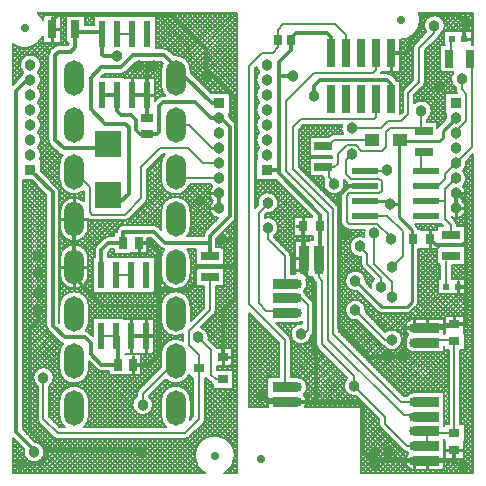
<source format=gtl>
%FSLAX24Y24*%
%MOIN*%
G70*
G01*
G75*
G04 Layer_Physical_Order=1*
G04 Layer_Color=255*
%ADD10C,0.0079*%
%ADD11C,0.0276*%
%ADD12R,0.0276X0.0394*%
%ADD13R,0.0236X0.0886*%
%ADD14R,0.0591X0.0295*%
%ADD15R,0.0295X0.0591*%
%ADD16R,0.0354X0.0315*%
%ADD17R,0.0492X0.0433*%
%ADD18R,0.0906X0.0906*%
%ADD19R,0.0354X0.0315*%
%ADD20R,0.0315X0.0354*%
%ADD21R,0.0236X0.0197*%
%ADD22R,0.0394X0.0276*%
%ADD23R,0.0315X0.0630*%
%ADD24R,0.0846X0.0335*%
%ADD25C,0.0335*%
%ADD26R,0.0335X0.0846*%
%ADD27R,0.0886X0.0236*%
%ADD28R,0.0299X0.0945*%
%ADD29C,0.0138*%
%ADD30C,0.0100*%
%ADD31C,0.0118*%
%ADD32C,0.0098*%
%ADD33O,0.0669X0.1181*%
%ADD34R,0.0380X0.0380*%
%ADD35C,0.0380*%
%ADD36C,0.0380*%
D10*
X7433Y12046D02*
G03*
X7399Y12176I-347J-22D01*
G01*
X7648Y11742D02*
G03*
X7584Y11896I-217J0D01*
G01*
X7648Y11742D02*
G03*
X7584Y11895I-217J0D01*
G01*
Y8617D02*
G03*
X7648Y8770I-153J153D01*
G01*
X7584Y8616D02*
G03*
X7648Y8770I-153J153D01*
G01*
X6800Y9827D02*
G03*
X6859Y9761I286J197D01*
G01*
D02*
G03*
X6872Y9274I228J-238D01*
G01*
D02*
G03*
X7052Y8697I215J-250D01*
G01*
X6619Y8264D02*
G03*
X6555Y8110I153J-153D01*
G01*
X6619Y8263D02*
G03*
X6555Y8110I153J-153D01*
G01*
X6122Y13642D02*
G03*
X5561Y14129I-492J0D01*
G01*
X5396Y14294D02*
G03*
X5236Y14360I-160J-160D01*
G01*
X5396Y14294D02*
G03*
X5236Y14360I-160J-160D01*
G01*
X5189Y13861D02*
G03*
X5138Y13642I441J-219D01*
G01*
Y13130D02*
G03*
X5288Y12776I492J0D01*
G01*
X5197D02*
G03*
X5044Y12712I0J-217D01*
G01*
X5197Y12776D02*
G03*
X5043Y12712I0J-217D01*
G01*
X5269Y10827D02*
G03*
X5138Y10492I361J-335D01*
G01*
Y9980D02*
G03*
X6097Y9827I492J0D01*
G01*
X6008Y8091D02*
G03*
X6122Y8406I-378J315D01*
G01*
Y8917D02*
G03*
X5138Y8917I-492J0D01*
G01*
X5055Y8401D02*
G03*
X4902Y8465I-153J-153D01*
G01*
X5055Y8401D02*
G03*
X4902Y8465I-153J-153D01*
G01*
X5122Y7721D02*
G03*
X5253Y7659I153J153D01*
G01*
X5138Y8406D02*
G03*
X5147Y8308I492J0D01*
G01*
X5122Y7721D02*
G03*
X5253Y7659I153J153D01*
G01*
X6122Y7343D02*
G03*
X6008Y7657I-492J0D01*
G01*
X5253Y7659D02*
G03*
X5138Y7343I377J-316D01*
G01*
X4627Y9231D02*
G03*
X4685Y9370I-139J139D01*
G01*
X4627Y9231D02*
G03*
X4685Y9370I-139J139D01*
G01*
X6911Y5491D02*
G03*
X6969Y5630I-139J139D01*
G01*
X6911Y5491D02*
G03*
X6969Y5630I-139J139D01*
G01*
X6725Y4724D02*
G03*
X6477Y5057I-347J0D01*
G01*
X6991Y4372D02*
G03*
X6950Y4431I-180J-80D01*
G01*
X6991Y4372D02*
G03*
X6950Y4431I-180J-80D01*
G01*
X6720Y4661D02*
G03*
X6725Y4724I-342J63D01*
G01*
X6829Y3188D02*
G03*
X6870Y3156I139J139D01*
G01*
X7244Y197D02*
G03*
X7598Y787I-315J591D01*
G01*
X6641Y3386D02*
G03*
X6672Y3345I170J98D01*
G01*
X6641Y3386D02*
G03*
X6672Y3345I170J98D01*
G01*
X6829Y3188D02*
G03*
X6870Y3156I139J139D01*
G01*
X6557Y1869D02*
G03*
X6614Y2008I-139J139D01*
G01*
X6557Y1869D02*
G03*
X6614Y2008I-139J139D01*
G01*
X7598Y787D02*
G03*
X6614Y197I-669J0D01*
G01*
X5138Y6831D02*
G03*
X6122Y6831I492J0D01*
G01*
Y5768D02*
G03*
X5138Y5768I-492J0D01*
G01*
Y5256D02*
G03*
X5873Y4828I492J0D01*
G01*
Y4621D02*
G03*
X5138Y4193I-243J-428D01*
G01*
X5293Y3322D02*
G03*
X6083Y3488I337J359D01*
G01*
X6122Y2618D02*
G03*
X5138Y2618I-492J0D01*
G01*
X6103Y1972D02*
G03*
X6122Y2106I-474J134D01*
G01*
X5138D02*
G03*
X5310Y1732I492J0D01*
G01*
X5945Y1339D02*
G03*
X6084Y1396I0J197D01*
G01*
X5945Y1339D02*
G03*
X6084Y1396I0J197D01*
G01*
X4388Y2974D02*
G03*
X4331Y2835I139J-139D01*
G01*
X4388Y2974D02*
G03*
X4331Y2835I139J-139D01*
G01*
X4875Y2480D02*
G03*
X4732Y2761I-347J0D01*
G01*
X4331Y2767D02*
G03*
X4875Y2480I197J-286D01*
G01*
X3819Y13514D02*
G03*
X3979Y13580I0J226D01*
G01*
X3819Y13514D02*
G03*
X3979Y13580I0J226D01*
G01*
X1752Y9980D02*
G03*
X2559Y9602I492J0D01*
G01*
X1730Y10864D02*
G03*
X1860Y10799I160J160D01*
G01*
X3937Y8622D02*
G03*
X4076Y8680I0J197D01*
G01*
X3937Y8622D02*
G03*
X4076Y8680I0J197D01*
G01*
X3878Y8465D02*
G03*
X3661Y8248I0J-217D01*
G01*
X3878Y8465D02*
G03*
X3661Y8248I0J-217D01*
G01*
X3384Y8091D02*
G03*
X3231Y8027I0J-217D01*
G01*
X3384Y8091D02*
G03*
X3230Y8027I0J-217D01*
G01*
X2995Y7791D02*
G03*
X2931Y7638I153J-153D01*
G01*
X2995Y7791D02*
G03*
X2931Y7638I153J-153D01*
G01*
X2718Y8660D02*
G03*
X2835Y8622I117J159D01*
G01*
X2559Y9272D02*
G03*
X1770Y8917I-315J-354D01*
G01*
X2718Y8660D02*
G03*
X2835Y8622I117J159D01*
G01*
X1770Y8406D02*
G03*
X2718Y8406I474J0D01*
G01*
X1732Y14478D02*
G03*
X1572Y14412I0J-226D01*
G01*
X1732Y14478D02*
G03*
X1572Y14412I0J-226D01*
G01*
X1454Y14294D02*
G03*
X1388Y14134I160J-160D01*
G01*
X1454Y14294D02*
G03*
X1388Y14134I160J-160D01*
G01*
X1199Y15318D02*
G03*
X1022Y15551I-609J-278D01*
G01*
X197Y14498D02*
G03*
X1199Y14761I394J541D01*
G01*
X1029Y13561D02*
G03*
X1135Y13810I-242J250D01*
G01*
D02*
G03*
X546Y13561I-347J0D01*
G01*
X1135Y13311D02*
G03*
X1029Y13561I-347J0D01*
G01*
X1029Y13061D02*
G03*
X1135Y13311I-241J250D01*
G01*
Y12811D02*
G03*
X1029Y13061I-347J0D01*
G01*
X1135Y12311D02*
G03*
X1029Y12561I-347J0D01*
G01*
X546Y13561D02*
G03*
X450Y13394I242J-250D01*
G01*
X1029Y12561D02*
G03*
X1135Y12811I-241J250D01*
G01*
X1388Y11299D02*
G03*
X1454Y11139I226J0D01*
G01*
X1860Y10799D02*
G03*
X1752Y10492I385J-307D01*
G01*
X1730Y10864D02*
G03*
X1860Y10799I160J160D01*
G01*
X1388Y11299D02*
G03*
X1454Y11139I226J0D01*
G01*
X1752Y9563D02*
G03*
X1689Y9716I-217J0D01*
G01*
X1752Y9563D02*
G03*
X1688Y9716I-217J0D01*
G01*
X1029Y11561D02*
G03*
X1135Y11811I-241J250D01*
G01*
Y11311D02*
G03*
X1029Y11561I-347J0D01*
G01*
X1100Y10659D02*
G03*
X1135Y10811I-312J153D01*
G01*
D02*
G03*
X1029Y11061I-347J0D01*
G01*
X1135Y11811D02*
G03*
X1029Y12061I-347J0D01*
G01*
D02*
G03*
X1135Y12311I-241J250D01*
G01*
X1029Y11061D02*
G03*
X1135Y11311I-241J250D01*
G01*
X2718Y7343D02*
G03*
X1770Y7343I-474J0D01*
G01*
Y6831D02*
G03*
X2718Y6831I474J0D01*
G01*
X2736Y5768D02*
G03*
X1752Y5768I-492J0D01*
G01*
X2621Y4940D02*
G03*
X2736Y5256I-377J316D01*
G01*
X2752Y4878D02*
G03*
X2621Y4940I-153J-153D01*
G01*
X2752Y4877D02*
G03*
X2621Y4940I-153J-153D01*
G01*
X2994Y3668D02*
G03*
X3148Y3604I153J153D01*
G01*
X2995Y3668D02*
G03*
X3148Y3604I153J153D01*
G01*
X1752Y3681D02*
G03*
X2736Y3681I492J0D01*
G01*
Y2618D02*
G03*
X1752Y2618I-492J0D01*
G01*
X2564Y1732D02*
G03*
X2736Y2106I-320J374D01*
G01*
X1776Y4571D02*
G03*
X1872Y4515I153J153D01*
G01*
X1776Y4572D02*
G03*
X1872Y4515I153J153D01*
G01*
X1752Y5256D02*
G03*
X1755Y5205I492J0D01*
G01*
X1872Y4515D02*
G03*
X1752Y4193I372J-323D01*
G01*
X1319Y5118D02*
G03*
X1382Y4965I217J0D01*
G01*
X1319Y5118D02*
G03*
X1383Y4965I217J0D01*
G01*
X1568Y3386D02*
G03*
X1024Y3100I-347J0D01*
G01*
X1417D02*
G03*
X1568Y3386I-197J286D01*
G01*
X1024Y2008D02*
G03*
X1081Y1869I197J0D01*
G01*
X1024Y2008D02*
G03*
X1081Y1869I197J0D01*
G01*
X1752Y2106D02*
G03*
X1924Y1732I492J0D01*
G01*
X1554Y1396D02*
G03*
X1693Y1339I139J139D01*
G01*
X1554Y1396D02*
G03*
X1693Y1339I139J139D01*
G01*
X1253Y906D02*
G03*
X945Y1251I-347J0D01*
G01*
X574Y1010D02*
G03*
X1253Y906I332J-104D01*
G01*
X9459Y4636D02*
G03*
X9401Y4775I-197J0D01*
G01*
X9459Y4636D02*
G03*
X9401Y4775I-197J0D01*
G01*
X9935Y2402D02*
G03*
X9992Y2579I-250J177D01*
G01*
X10010Y3071D02*
G03*
X9843Y3355I-325J0D01*
G01*
D02*
G03*
X9685Y3396I-157J-284D01*
G01*
X9992Y2579D02*
G03*
X9883Y2813I-307J0D01*
G01*
D02*
G03*
X10010Y3071I-198J258D01*
G01*
X10315Y4488D02*
G03*
X10373Y4349I197J0D01*
G01*
X10315Y4488D02*
G03*
X10373Y4349I197J0D01*
G01*
X9843Y5188D02*
G03*
X10146Y4789I-39J-345D01*
G01*
X9685Y5207D02*
G03*
X9843Y5247I0J325D01*
G01*
X9995Y6120D02*
G03*
X9897Y6270I-310J-96D01*
G01*
D02*
G03*
X10010Y6516I-212J246D01*
G01*
X10179Y4821D02*
G03*
X10236Y4961I-139J139D01*
G01*
X10179Y4821D02*
G03*
X10236Y4961I-139J139D01*
G01*
Y5797D02*
G03*
X10179Y5936I-197J0D01*
G01*
X10010Y6516D02*
G03*
X9977Y6659I-325J0D01*
G01*
X10236Y5797D02*
G03*
X10179Y5936I-197J0D01*
G01*
X9977Y6659D02*
G03*
X10146Y6761I-65J300D01*
G01*
X10208Y6699D02*
G03*
X10264Y6583I195J23D01*
G01*
X10146Y6761D02*
G03*
X10208Y6699I258J198D01*
G01*
D02*
G03*
X10264Y6583I195J23D01*
G01*
X11348Y3374D02*
G03*
X11638Y2769I227J-263D01*
G01*
X12402Y1850D02*
G03*
X12459Y1711I197J0D01*
G01*
X12402Y1850D02*
G03*
X12459Y1711I197J0D01*
G01*
Y4506D02*
G03*
X12543Y4457I139J139D01*
G01*
X12459Y4506D02*
G03*
X12543Y4457I139J139D01*
G01*
X11962Y5630D02*
G03*
X11677Y5288I-347J0D01*
G01*
X11962Y6614D02*
G03*
X11666Y6271I-347J0D01*
G01*
X12543Y4457D02*
G03*
X13182Y4646I292J189D01*
G01*
D02*
G03*
X12611Y4912I-347J0D01*
G01*
X11956Y5567D02*
G03*
X11962Y5630I-342J63D01*
G01*
X11958Y6563D02*
G03*
X11962Y6614I-344J51D01*
G01*
X12347Y5589D02*
G03*
X12493Y5529I146J146D01*
G01*
X12347Y5589D02*
G03*
X12493Y5529I146J146D01*
G01*
X12240Y6668D02*
G03*
X12134Y6386I240J-251D01*
G01*
X8898Y8100D02*
G03*
X9048Y8386I-197J286D01*
G01*
D02*
G03*
X8590Y8715I-347J0D01*
G01*
X9048Y9213D02*
G03*
X8365Y9124I-347J0D01*
G01*
X8664Y8867D02*
G03*
X9048Y9213I37J346D01*
G01*
X9459Y7431D02*
G03*
X9401Y7570I-197J0D01*
G01*
X9459Y7431D02*
G03*
X9401Y7570I-197J0D01*
G01*
X9605Y6959D02*
G03*
X9628Y6841I307J0D01*
G01*
X8420Y11061D02*
G03*
X8349Y10659I241J-250D01*
G01*
X8420Y11561D02*
G03*
X8420Y11061I241J-250D01*
G01*
Y12561D02*
G03*
X8420Y12061I241J-250D01*
G01*
X8420Y13562D02*
G03*
X8420Y13061I241J-250D01*
G01*
X8420Y12061D02*
G03*
X8420Y11561I241J-250D01*
G01*
X8319Y13750D02*
G03*
X8420Y13562I342J62D01*
G01*
X8420Y13061D02*
G03*
X8420Y12561I241J-250D01*
G01*
X11063Y8989D02*
G03*
X11005Y9128I-197J0D01*
G01*
X11063Y8989D02*
G03*
X11005Y9128I-197J0D01*
G01*
X11265Y8378D02*
G03*
X11405Y8320I139J139D01*
G01*
X11811Y7179D02*
G03*
X11869Y7040I197J0D01*
G01*
X11811Y7179D02*
G03*
X11869Y7040I197J0D01*
G01*
X11917Y8071D02*
G03*
X11811Y7411I-145J-316D01*
G01*
X11922Y8320D02*
G03*
X11917Y8071I322J-131D01*
G01*
X11142Y8583D02*
G03*
X11199Y8443I197J0D01*
G01*
Y9588D02*
G03*
X11142Y9449I139J-139D01*
G01*
Y8583D02*
G03*
X11199Y8443I197J0D01*
G01*
Y9588D02*
G03*
X11142Y9449I139J-139D01*
G01*
X11265Y8378D02*
G03*
X11405Y8320I139J139D01*
G01*
X11347Y9711D02*
G03*
X11278Y9667I70J-184D01*
G01*
X11347Y9711D02*
G03*
X11278Y9667I70J-184D01*
G01*
X10551Y10079D02*
G03*
X10583Y9972I197J0D01*
G01*
X10551Y10079D02*
G03*
X10583Y9972I197J0D01*
G01*
X10583Y9972D02*
G03*
X11253Y9843I323J-129D01*
G01*
X10906Y11496D02*
G03*
X10766Y11438I0J-197D01*
G01*
X11253Y9843D02*
G03*
X11228Y9973I-347J0D01*
G01*
X10906Y11496D02*
G03*
X10766Y11438I0J-197D01*
G01*
X11169Y11811D02*
G03*
X11210Y11496I327J-118D01*
G01*
X12462Y13524D02*
G03*
X12488Y13563I-151J126D01*
G01*
X12831Y13460D02*
G03*
X12677Y13524I-153J-153D01*
G01*
X12830Y13460D02*
G03*
X12677Y13524I-153J-153D01*
G01*
X12462D02*
G03*
X12488Y13563I-151J126D01*
G01*
X13207Y963D02*
G03*
X13323Y907I139J139D01*
G01*
X13385Y845D02*
G03*
X13443Y337I198J-234D01*
G01*
X13323Y907D02*
G03*
X13385Y845I259J195D01*
G01*
X13443Y337D02*
G03*
X13583Y304I139J273D01*
G01*
X13207Y963D02*
G03*
X13323Y907I139J139D01*
G01*
X13425Y2863D02*
G03*
X13310Y2756I157J-284D01*
G01*
X13583Y2904D02*
G03*
X13425Y2863I0J-325D01*
G01*
Y4263D02*
G03*
X13583Y4222I157J284D01*
G01*
X13385Y4805D02*
G03*
X13425Y4263I198J-258D01*
G01*
X13443Y5313D02*
G03*
X13385Y4805I139J-273D01*
G01*
X13583Y5346D02*
G03*
X13443Y5313I0J-307D01*
G01*
X13334Y5529D02*
G03*
X13480Y5589I0J207D01*
G01*
X13334Y5529D02*
G03*
X13480Y5589I0J207D01*
G01*
X13650Y5759D02*
G03*
X13711Y5906I-146J146D01*
G01*
X13650Y5759D02*
G03*
X13711Y5906I-146J146D01*
G01*
X13710Y8327D02*
G03*
X13650Y8453I-206J-20D01*
G01*
X13710Y8327D02*
G03*
X13650Y8454I-206J-20D01*
G01*
X14166Y12283D02*
G03*
X13583Y12538I-347J0D01*
G01*
X13247Y13013D02*
G03*
X13189Y12874I139J-139D01*
G01*
X13247Y13013D02*
G03*
X13189Y12874I139J-139D01*
G01*
X13879Y13089D02*
G03*
X13937Y13228I-139J139D01*
G01*
X13879Y13089D02*
G03*
X13937Y13228I-139J139D01*
G01*
X14016Y11997D02*
G03*
X14166Y12283I-197J286D01*
G01*
X14381Y11737D02*
G03*
X14350Y11697I146J-146D01*
G01*
X14382Y11737D02*
G03*
X14350Y11697I146J-146D01*
G01*
X12995Y13287D02*
G03*
X12964Y13326I-184J-114D01*
G01*
X12995Y13287D02*
G03*
X12964Y13327I-184J-114D01*
G01*
X13601Y14509D02*
G03*
X13543Y14370I139J-139D01*
G01*
X13601Y14509D02*
G03*
X13543Y14370I139J-139D01*
G01*
X13100Y14646D02*
G03*
X13780Y15315I10J669D01*
G01*
D02*
G03*
X13736Y15551I-669J0D01*
G01*
X14391Y14743D02*
G03*
X14441Y14827I-139J139D01*
G01*
X14391Y14743D02*
G03*
X14441Y14827I-139J139D01*
G01*
X15000Y8465D02*
G03*
X14942Y8604I-197J0D01*
G01*
X15000Y8465D02*
G03*
X14942Y8604I-197J0D01*
G01*
X14822Y8724D02*
G03*
X15290Y9023I139J299D01*
G01*
D02*
G03*
X15175Y9273I-329J0D01*
G01*
D02*
G03*
X15290Y9523I-214J250D01*
G01*
D02*
G03*
X15188Y9761I-329J0D01*
G01*
D02*
G03*
X15308Y10024I-228J263D01*
G01*
X15202Y10274D02*
G03*
X15308Y10524I-241J250D01*
G01*
Y10024D02*
G03*
X15202Y10274I-347J0D01*
G01*
X15308Y10524D02*
G03*
X15302Y10587I-347J0D01*
G01*
X14599Y15118D02*
G03*
X13986Y14894I-347J0D01*
G01*
X14441Y14827D02*
G03*
X14599Y15118I-189J292D01*
G01*
X14648Y12176D02*
G03*
X14617Y11972I312J-153D01*
G01*
X14961Y12992D02*
G03*
X15002Y12871I197J0D01*
G01*
X14886Y13563D02*
G03*
X14961Y13060I272J-217D01*
G01*
Y12992D02*
G03*
X15002Y12871I197J0D01*
G01*
X7434Y12779D02*
X7677Y13022D01*
X7520Y15551D02*
X7677Y15394D01*
X7434Y12612D02*
X7677Y12855D01*
X7434Y12445D02*
X7677Y12688D01*
X7434Y12797D02*
X7677Y12554D01*
X7434Y12630D02*
X7677Y12387D01*
X7434Y12296D02*
X7677Y12053D01*
X7434Y12463D02*
X7677Y12220D01*
X7636Y11812D02*
X7677Y11853D01*
X7425Y12102D02*
X7677Y12354D01*
X7434Y12278D02*
X7677Y12521D01*
X7408Y12155D02*
X7677Y11886D01*
X7485Y11995D02*
X7677Y12187D01*
X7434Y12176D02*
Y12871D01*
X7568Y11911D02*
X7677Y12020D01*
X7399Y12176D02*
X7434D01*
X7433Y12046D02*
X7584Y11896D01*
X7648Y11656D02*
X7677Y11686D01*
X7648Y11749D02*
X7677Y11719D01*
X7648Y11582D02*
X7677Y11552D01*
X7648Y11155D02*
X7677Y11185D01*
X7648Y11248D02*
X7677Y11218D01*
X7648Y11080D02*
X7677Y11051D01*
X7648Y11415D02*
X7677Y11385D01*
X7648Y11489D02*
X7677Y11519D01*
X7648Y11322D02*
X7677Y11352D01*
X7648Y10746D02*
X7677Y10717D01*
X7648Y10821D02*
X7677Y10851D01*
X7648Y10654D02*
X7677Y10684D01*
X7648Y10988D02*
X7677Y11018D01*
X7648Y10913D02*
X7677Y10884D01*
X7648Y10320D02*
X7677Y10350D01*
X7648Y10412D02*
X7677Y10383D01*
X7648Y10245D02*
X7677Y10216D01*
X7648Y10487D02*
X7677Y10517D01*
X7648Y10579D02*
X7677Y10550D01*
X7648Y8770D02*
Y11742D01*
Y9911D02*
X7677Y9882D01*
X7648Y9986D02*
X7677Y10016D01*
X7648Y9819D02*
X7677Y9849D01*
X7648Y10153D02*
X7677Y10183D01*
X7648Y10078D02*
X7677Y10049D01*
X7186Y15551D02*
X7677Y15060D01*
X7353Y15551D02*
X7677Y15227D01*
X7019Y15551D02*
X7677Y14893D01*
X6518Y15551D02*
X7677Y14392D01*
X6685Y15551D02*
X7677Y14559D01*
X6184Y15551D02*
X7677Y14058D01*
X6351Y15551D02*
X7677Y14225D01*
X6852Y15551D02*
X7677Y14726D01*
X6244Y13427D02*
X7677Y14860D01*
X6122Y13639D02*
X7677Y15194D01*
X5849Y15551D02*
X7677Y13723D01*
X5682Y15551D02*
X7677Y13556D01*
X5975Y13993D02*
X7534Y15551D01*
X5881Y14065D02*
X7367Y15551D01*
X6017D02*
X7677Y13891D01*
X5419Y14271D02*
X6698Y15551D01*
X5323Y14343D02*
X6531Y15551D01*
X5764Y14115D02*
X7200Y15551D01*
X6101Y13784D02*
X7677Y15361D01*
X6049Y13900D02*
X7677Y15528D01*
X6161Y13510D02*
X7677Y15027D01*
X5502Y14188D02*
X6865Y15551D01*
X5615Y14134D02*
X7032Y15551D01*
X6328Y13343D02*
X7677Y14693D01*
X5515Y15551D02*
X7677Y13389D01*
X6411Y13260D02*
X7677Y14526D01*
X5181Y15551D02*
X7677Y13055D01*
X5348Y15551D02*
X7677Y13222D01*
X5014Y15551D02*
X7677Y12888D01*
X6745Y12926D02*
X7677Y13857D01*
X6662Y13009D02*
X7677Y14024D01*
X6858Y12871D02*
X7677Y13690D01*
X6495Y13176D02*
X7677Y14358D01*
X6578Y13093D02*
X7677Y14191D01*
X6095Y13802D02*
X7026Y12871D01*
X6122Y13608D02*
X6859Y12871D01*
X6125Y13546D02*
X6800Y12871D01*
X4963Y15269D02*
X7360Y12871D01*
X4963Y15102D02*
X7193Y12871D01*
X4963Y15436D02*
X7677Y12721D01*
X7359Y12871D02*
X7677Y13189D01*
X7192Y12871D02*
X7677Y13356D01*
X7360Y12871D02*
X7434Y12797D01*
X6800Y12871D02*
X7434D01*
X7025D02*
X7677Y13523D01*
X7648Y9410D02*
X7677Y9381D01*
X7648Y9485D02*
X7677Y9515D01*
X7648Y9318D02*
X7677Y9348D01*
X7648Y9652D02*
X7677Y9682D01*
X7648Y9744D02*
X7677Y9715D01*
X7648Y9577D02*
X7677Y9548D01*
X7648Y8909D02*
X7677Y8880D01*
X7648Y8984D02*
X7677Y9013D01*
X7648Y8817D02*
X7677Y8846D01*
X7648Y9151D02*
X7677Y9180D01*
X7648Y9243D02*
X7677Y9214D01*
X7648Y9076D02*
X7677Y9047D01*
X7646Y8744D02*
X7677Y8713D01*
X7595Y8628D02*
X7677Y8545D01*
X6988Y8021D02*
X7584Y8616D01*
X6988Y7990D02*
X7677Y8679D01*
X7428Y8460D02*
X7677Y8211D01*
X7512Y8544D02*
X7677Y8378D01*
X7345Y8377D02*
X7677Y8044D01*
X7261Y8293D02*
X7677Y7877D01*
X6988Y7874D02*
Y8021D01*
X7178Y8210D02*
X7677Y7710D01*
X7224Y7726D02*
X7677Y8178D01*
X7094Y8126D02*
X7677Y7543D01*
X7068Y7736D02*
X7677Y8345D01*
X6988Y7823D02*
X7677Y8512D01*
X7011Y8043D02*
X7677Y7376D01*
X7224Y7391D02*
X7677Y7844D01*
X7224Y7558D02*
X7677Y8011D01*
X7224Y7224D02*
X7677Y7677D01*
X7214Y7047D02*
X7677Y7510D01*
X7224Y7495D02*
X7677Y7042D01*
X7224Y7224D02*
X7677Y7677D01*
X7150Y7736D02*
X7224Y7662D01*
Y7126D02*
Y7736D01*
X6988D02*
X7224D01*
X6988D02*
Y7874D01*
Y7898D02*
X7150Y7736D01*
X7224Y7662D02*
X7677Y7209D01*
X7092Y7126D02*
X7171Y7047D01*
X7224Y6994D01*
X7047Y7047D02*
X7126Y7126D01*
X7047Y7047D02*
X7126Y7126D01*
X6730Y9827D02*
X6829Y9728D01*
X6229Y9827D02*
X6828Y9228D01*
X6089Y9095D02*
X6809Y9815D01*
X5949Y9606D02*
X6955Y8600D01*
X6122Y8628D02*
X6822Y9327D01*
X5848Y9539D02*
X6871Y8516D01*
X6097Y9827D02*
X6800D01*
X6563D02*
X6771Y9618D01*
X6396Y9827D02*
X6764Y9459D01*
X6030Y9204D02*
X6653Y9827D01*
X5950Y9291D02*
X6486Y9827D01*
X6088Y9801D02*
X6771Y9118D01*
X6120Y8960D02*
X6768Y9608D01*
X6122Y8795D02*
X6768Y9440D01*
X6122Y8461D02*
X6768Y9106D01*
X6029Y9692D02*
X6764Y8957D01*
X6055Y9166D02*
X6788Y8433D01*
X6619Y8264D02*
X7052Y8697D01*
X6420Y8091D02*
X7030Y8700D01*
X6319Y7126D02*
X7224D01*
X6253Y8091D02*
X6909Y8747D01*
X6105Y8276D02*
X6768Y8940D01*
X6086Y8091D02*
X6823Y8827D01*
X6880Y7047D02*
X6959Y7126D01*
X6758D02*
X6837Y7047D01*
X6925Y7126D02*
X7004Y7047D01*
X6319D02*
X7224D01*
X6713D02*
X6792Y7126D01*
X6122Y8430D02*
X6462Y8091D01*
X6122Y8932D02*
X6704Y8349D01*
X6122Y8764D02*
X6621Y8266D01*
X6122Y8597D02*
X6561Y8159D01*
X6546Y7047D02*
X6625Y7126D01*
X6424D02*
X6503Y7047D01*
X6591Y7126D02*
X6670Y7047D01*
X6008Y8091D02*
X6555D01*
X6379Y7047D02*
X6458Y7126D01*
X5006Y14360D02*
X6197Y15551D01*
X4963Y14651D02*
X5863Y15551D01*
X5173Y14360D02*
X6364Y15551D01*
X4963Y14818D02*
X5696Y15551D01*
X4963Y14985D02*
X5529Y15551D01*
X4963Y14483D02*
X6030Y15551D01*
X5396Y14294D02*
X5561Y14129D01*
X6122Y13549D02*
Y13642D01*
X4963Y14768D02*
X5598Y14133D01*
X4963Y14935D02*
X5790Y14107D01*
X4963Y14601D02*
X5203Y14360D01*
X4963Y14434D02*
X5036Y14360D01*
X4963Y15152D02*
X5362Y15551D01*
X4963Y15319D02*
X5195Y15551D01*
X4963Y14360D02*
Y15443D01*
X5142Y13907D02*
X5189Y13861D01*
X4988Y13907D02*
X5149Y13746D01*
X4963Y14360D02*
X5236D01*
X4944Y13296D02*
X5138Y13489D01*
X5197Y12776D02*
X5288D01*
X4944Y13116D02*
X5284Y12776D01*
X4944Y12628D02*
X5202Y12886D01*
X5200Y10827D02*
X5269D01*
X5229D02*
X5250Y10805D01*
X5131Y10758D02*
X5185Y10703D01*
X4944Y13129D02*
X5138Y13322D01*
Y13130D02*
Y13642D01*
X4944Y12613D02*
Y13378D01*
Y12795D02*
X5154Y13005D01*
X4944Y13283D02*
X5140Y13087D01*
X4944Y12948D02*
X5128Y12765D01*
X5047Y10674D02*
X5145Y10576D01*
X4964Y10591D02*
X5138Y10417D01*
Y9980D02*
Y10492D01*
X4944Y12781D02*
X5029Y12697D01*
X4944Y12613D02*
X5043Y12712D01*
X4847Y15551D02*
X4956Y15443D01*
X4753D02*
X4861Y15551D01*
X4920Y15443D02*
X5028Y15551D01*
X4463Y15443D02*
X4963D01*
X4586D02*
X4694Y15551D01*
X4680D02*
X4789Y15443D01*
X4859Y13378D02*
X5138Y13657D01*
X4821Y13907D02*
X5138Y13590D01*
X4692Y13378D02*
X5182Y13868D01*
X4306Y13907D02*
X5142D01*
X4654D02*
X5138Y13423D01*
X4191Y13378D02*
X4721Y13907D01*
X4419Y15443D02*
X4527Y15551D01*
X4346D02*
X4454Y15443D01*
X4513Y15551D02*
X4621Y15443D01*
X4179Y15551D02*
X4287Y15443D01*
X4085D02*
X4193Y15551D01*
X4252Y15443D02*
X4360Y15551D01*
X4411Y15443D02*
X4463D01*
X4411D02*
X4463D01*
X4146Y13747D02*
X4515Y13378D01*
X4024D02*
X4554Y13907D01*
X4062Y13664D02*
X4348Y13378D01*
X4880Y10507D02*
X5138Y10250D01*
X4944Y12962D02*
X5138Y13155D01*
X4797Y10424D02*
X5138Y10083D01*
X4685Y10312D02*
X5200Y10827D01*
X4487Y13907D02*
X5138Y13256D01*
X4685Y10197D02*
X5180Y10693D01*
X4713Y10340D02*
X5143Y9911D01*
X4685Y9696D02*
X5138Y10149D01*
X4685Y10201D02*
X5496Y9391D01*
X4685Y9529D02*
X5138Y9982D01*
X4685Y10034D02*
X5379Y9341D01*
X4525Y13378D02*
X5055Y13907D01*
X4444Y13378D02*
X4944D01*
X4320Y13907D02*
X4849Y13378D01*
X4229Y13831D02*
X4682Y13378D01*
X4358D02*
X4888Y13907D01*
X4685Y9863D02*
X5138Y10316D01*
X4685Y10030D02*
X5138Y10483D01*
X4685Y9370D02*
Y10312D01*
X6051Y9726D02*
X6152Y9827D01*
X5725Y9400D02*
X5884Y9559D01*
X5850Y9358D02*
X6319Y9827D01*
X5563Y9405D02*
X5647Y9488D01*
X5560Y9493D02*
X5644Y9409D01*
X5723Y9497D02*
X5878Y9342D01*
X6106Y8280D02*
X6295Y8091D01*
X6122Y8406D02*
Y8917D01*
X6057Y8161D02*
X6128Y8091D01*
X6008Y7657D02*
X6319D01*
X5138Y8406D02*
Y8917D01*
X4951Y8459D02*
X5138Y8645D01*
X5058Y8398D02*
X5138Y8478D01*
X4790Y8465D02*
X5138Y8813D01*
X5055Y8401D02*
X5147Y8308D01*
X4812Y8031D02*
X5122Y7721D01*
X6122Y7291D02*
X6319Y7488D01*
X6227Y7657D02*
X6319Y7565D01*
Y7126D02*
Y7657D01*
X6060D02*
X6319Y7398D01*
X6111Y7447D02*
X6319Y7655D01*
X6113Y7437D02*
X6319Y7231D01*
Y6987D02*
X6379Y7047D01*
X6122Y6957D02*
X6319Y7154D01*
X6122Y7094D02*
X6319Y6897D01*
X6122Y7124D02*
X6319Y7321D01*
X6122Y7261D02*
X6336Y7047D01*
X6066Y7570D02*
X6154Y7657D01*
X5216Y7666D02*
X5240Y7642D01*
X4906Y7411D02*
X5176Y7682D01*
X4739Y7411D02*
X5085Y7758D01*
X4923Y6928D02*
X5138Y7142D01*
X4923Y7291D02*
X5138Y7076D01*
X4923Y7124D02*
X5138Y6909D01*
X4923Y7262D02*
X5165Y7503D01*
X4923Y7095D02*
X5138Y7309D01*
X4685Y9867D02*
X5284Y9268D01*
X4685Y9700D02*
X5211Y9175D01*
X4685Y9533D02*
X5159Y9059D01*
X4289Y8465D02*
X5380Y9556D01*
X4685Y9362D02*
X5159Y9836D01*
X4122Y8465D02*
X5286Y9629D01*
X4640Y9244D02*
X5138Y8746D01*
X4685Y9366D02*
X5138Y8913D01*
X4623Y8465D02*
X5142Y8984D01*
X4557Y9160D02*
X5138Y8579D01*
X4456Y8465D02*
X5498Y9506D01*
X4473Y9077D02*
X5138Y8412D01*
X4306Y8910D02*
X4751Y8465D01*
X4076Y8680D02*
X4627Y9231D01*
X4390Y8993D02*
X4919Y8464D01*
X4667Y8031D02*
X4812D01*
X4223Y8826D02*
X4584Y8465D01*
X4667Y8008D02*
X4691Y8031D01*
X4054Y8661D02*
X4250Y8465D01*
X4139Y8743D02*
X4417Y8465D01*
X4667Y7841D02*
X4835Y8008D01*
X4667Y7538D02*
Y8031D01*
X4683D02*
X5178Y7537D01*
X4667Y7674D02*
X4918Y7925D01*
X4667Y7881D02*
X5142Y7406D01*
X4572Y7411D02*
X5002Y7841D01*
X4667Y7547D02*
X4802Y7411D01*
X4667Y7714D02*
X5138Y7243D01*
X4173Y7538D02*
X4667D01*
X4423Y7411D02*
X4923D01*
X4405D02*
X4531Y7538D01*
X4509D02*
X4635Y7411D01*
X4238D02*
X4364Y7538D01*
X4113D02*
X4173D01*
X4342D02*
X4468Y7411D01*
X4372D02*
X4423D01*
X4175Y7538D02*
X4301Y7411D01*
X4372D02*
X4423D01*
X4026Y7520D02*
X4134Y7411D01*
X4071D02*
X4197Y7538D01*
X7224Y6556D02*
X7677Y7009D01*
X7224Y7161D02*
X7677Y6708D01*
X7224Y6994D02*
X7677Y6541D01*
X7224Y7328D02*
X7677Y6875D01*
X7224Y6890D02*
X7677Y7343D01*
X7224Y6723D02*
X7677Y7176D01*
X7224Y6660D02*
X7677Y6207D01*
X7224Y6827D02*
X7677Y6374D01*
X7224Y6493D02*
X7677Y6040D01*
X6969Y6081D02*
X7677Y5372D01*
X6969Y6133D02*
X7677Y6842D01*
X6969Y5913D02*
X7677Y5205D01*
X6969Y5966D02*
X7677Y6675D01*
X7224Y6437D02*
Y7047D01*
X7113Y6437D02*
X7677Y5873D01*
X6969Y5799D02*
X7677Y6508D01*
X6969Y6437D02*
X7224D01*
X6969Y5630D02*
Y6437D01*
Y6248D02*
X7677Y5539D01*
X6969Y5632D02*
X7677Y6341D01*
X6969Y5746D02*
X7677Y5038D01*
X6969Y6300D02*
X7105Y6437D01*
X6969Y6415D02*
X7677Y5706D01*
X7521Y4359D02*
X7677Y4203D01*
X7521Y4348D02*
X7677Y4504D01*
X7521Y4181D02*
X7677Y4337D01*
X7211Y4372D02*
X7677Y4838D01*
X6963Y5585D02*
X7677Y4871D01*
X7378Y4372D02*
X7677Y4671D01*
X7521Y4014D02*
X7677Y4169D01*
X7521Y4191D02*
X7677Y4036D01*
X7521Y4024D02*
X7677Y3869D01*
X7521Y3857D02*
X7677Y3702D01*
X7483Y3642D02*
X7677Y3835D01*
X7521Y3778D02*
Y4372D01*
X7677Y197D02*
Y15551D01*
X6991Y4372D02*
X7521D01*
X6966Y4413D02*
X7007Y4372D01*
X7044D02*
X7677Y5005D01*
X7521Y3847D02*
X7677Y4002D01*
X7453Y3778D02*
X7521Y3847D01*
X7008Y3667D02*
X7119Y3778D01*
X6445Y6437D02*
X6575Y6307D01*
X6319Y6437D02*
X6575D01*
Y5711D02*
Y6437D01*
X6019Y6529D02*
X6575Y5973D01*
X6081Y6634D02*
X6575Y6140D01*
X5936Y6445D02*
X6575Y5806D01*
X6122Y5621D02*
X6575Y6074D01*
X6122Y5788D02*
X6575Y6241D01*
X6095Y5928D02*
X6575Y6408D01*
X5832Y6382D02*
X6539Y5675D01*
X6122Y6927D02*
X6319Y6730D01*
X6120Y6788D02*
X6319Y6987D01*
Y6437D02*
Y7047D01*
X5745Y6246D02*
X6319Y6820D01*
X6118Y6764D02*
X6319Y6563D01*
X5866Y6200D02*
X6319Y6653D01*
X6080Y5967D02*
X6455Y5592D01*
X6040Y6040D02*
X6437Y6437D01*
X6122Y5758D02*
X6372Y5508D01*
X5963Y6130D02*
X6319Y6486D01*
X6040Y6040D02*
X6437Y6437D01*
X6901Y5480D02*
X7677Y4704D01*
X6725Y4721D02*
X7677Y5673D01*
X6776Y4605D02*
X7677Y5506D01*
X6632Y4962D02*
X7677Y6007D01*
X6537Y5033D02*
X7677Y6174D01*
X6698Y4860D02*
X7677Y5840D01*
X6860Y4521D02*
X7677Y5339D01*
X6817Y5397D02*
X7677Y4537D01*
X6943Y4438D02*
X7677Y5172D01*
X6650Y5230D02*
X7508Y4372D01*
X6733Y5313D02*
X7677Y4370D01*
X6477Y5057D02*
X6911Y5491D01*
X6566Y5146D02*
X7341Y4372D01*
X6122Y5287D02*
X6575Y5740D01*
X6122Y5454D02*
X6575Y5907D01*
X6122Y5259D02*
X6575Y5711D01*
X6720Y4661D02*
X6950Y4431D01*
X6706Y4840D02*
X7174Y4372D01*
X7539Y3505D02*
X7677Y3367D01*
X7539Y3531D02*
X7677Y3668D01*
X7539Y3338D02*
X7677Y3200D01*
X7434Y3778D02*
X7677Y3534D01*
X7008Y3642D02*
X7539D01*
Y3364D02*
X7677Y3501D01*
X7539Y3171D02*
X7677Y3033D01*
X7539Y3197D02*
X7677Y3334D01*
X7539Y3029D02*
X7677Y3167D01*
X7365Y3012D02*
X7677Y2699D01*
X7532Y3012D02*
X7677Y2866D01*
X7198Y3012D02*
X7677Y2532D01*
X7267Y3778D02*
X7403Y3642D01*
X7149D02*
X7286Y3778D01*
X7316Y3642D02*
X7453Y3778D01*
X7008D02*
X7521D01*
X7008Y3642D02*
Y3778D01*
X7100D02*
X7236Y3642D01*
X7539Y3012D02*
Y3642D01*
X7008Y3703D02*
X7069Y3642D01*
X6870Y3012D02*
X7539D01*
X6870D02*
Y3156D01*
X7334Y1321D02*
X7677Y1664D01*
X7231Y1385D02*
X7677Y1831D01*
X7421Y1241D02*
X7677Y1497D01*
X6968Y1456D02*
X7677Y2165D01*
X7031Y3012D02*
X7677Y2365D01*
X7111Y1432D02*
X7677Y1998D01*
X7575Y965D02*
X7677Y862D01*
X7588Y906D02*
X7677Y996D01*
X7597Y749D02*
X7677Y829D01*
X7494Y1147D02*
X7677Y1330D01*
X7550Y1036D02*
X7677Y1163D01*
X7548Y533D02*
X7677Y662D01*
X7598Y774D02*
X7677Y695D01*
X7579Y626D02*
X7677Y528D01*
X7379Y197D02*
X7677Y495D01*
X7535Y503D02*
X7677Y361D01*
X7473Y398D02*
X7674Y197D01*
X7396Y308D02*
X7507Y197D01*
X7546D02*
X7677Y328D01*
X7244Y197D02*
X7677D01*
X7304Y233D02*
X7340Y197D01*
X6614Y2438D02*
X7188Y3012D01*
X6614Y2605D02*
X7021Y3012D01*
X6614Y2271D02*
X7355Y3012D01*
X6614Y3261D02*
X7677Y2198D01*
X6614Y2104D02*
X7522Y3012D01*
X6614Y3094D02*
X7677Y2031D01*
X6614Y2760D02*
X7677Y1697D01*
X6614Y2927D02*
X7677Y1864D01*
X6614Y2593D02*
X7677Y1530D01*
X6590Y1913D02*
X7677Y3000D01*
X6530Y1842D02*
X6916Y1457D01*
X6672Y3345D02*
X6829Y3188D01*
X6614Y3106D02*
X6762Y3255D01*
X6614Y3274D02*
X6679Y3338D01*
X6614Y2008D02*
Y3386D01*
Y2939D02*
X6847Y3172D01*
X6614Y2772D02*
X6870Y3028D01*
X6614Y2426D02*
X7677Y1363D01*
X6786Y1441D02*
X7677Y2332D01*
X6614Y2259D02*
X7677Y1196D01*
X5208Y197D02*
X7677Y2666D01*
X5041Y197D02*
X7677Y2833D01*
X5375Y197D02*
X7677Y2499D01*
X6601Y1938D02*
X7106Y1433D01*
X6446Y1759D02*
X6768Y1437D01*
X6614Y2092D02*
X7677Y1029D01*
X6363Y1675D02*
X6645Y1393D01*
X6279Y1592D02*
X6539Y1332D01*
X6196Y1508D02*
X6450Y1254D01*
X6112Y1425D02*
X6375Y1162D01*
X6084Y1396D02*
X6557Y1869D01*
X6017Y1352D02*
X6315Y1054D01*
X5363Y1339D02*
X6505Y197D01*
X6377D02*
X6476Y295D01*
X6210Y197D02*
X6396Y383D01*
X6544Y197D02*
X6570Y223D01*
X5196Y1339D02*
X6338Y197D01*
X6043D02*
X6332Y486D01*
X6122Y6831D02*
Y7343D01*
X5531Y6349D02*
X5620Y6260D01*
X4923Y6790D02*
X5477Y6236D01*
X4923Y6622D02*
X5364Y6182D01*
X4923Y6455D02*
X5273Y6106D01*
X6122Y5591D02*
X6288Y5425D01*
X6122Y5424D02*
X6205Y5341D01*
X6122Y5259D02*
Y5768D01*
X5703Y6344D02*
X5829Y6218D01*
X5590Y6258D02*
X5672Y6340D01*
X4923Y6761D02*
X5138Y6975D01*
Y6831D02*
Y7343D01*
X4923Y6211D02*
Y7411D01*
Y6957D02*
X5148Y6732D01*
X4923Y6594D02*
X5138Y6809D01*
X4923Y6427D02*
X5165Y6669D01*
X4923Y6259D02*
X5221Y6557D01*
X4923Y6288D02*
X5202Y6010D01*
X5138Y5256D02*
Y5768D01*
X4905Y5239D02*
X5138Y5472D01*
X4905Y5072D02*
X5138Y5305D01*
X5684Y4682D02*
X5794Y4792D01*
X5374Y4836D02*
X5534Y4676D01*
X5873Y4621D02*
Y4828D01*
X4905Y5137D02*
X5410Y4633D01*
X4905Y4404D02*
X5351Y4850D01*
X5762Y4782D02*
X5873Y4670D01*
X5612Y4764D02*
X5696Y4681D01*
X5817Y4648D02*
X5873Y4704D01*
X5504Y4669D02*
X5600Y4765D01*
X4905Y4738D02*
X5194Y5027D01*
X4905Y4905D02*
X5149Y5149D01*
X4905Y4970D02*
X5309Y4566D01*
X4905Y5304D02*
X5210Y5000D01*
X4905Y4905D02*
X5149Y5149D01*
X4905Y4182D02*
Y5346D01*
Y4469D02*
X5140Y4235D01*
X4905Y4302D02*
X5138Y4069D01*
Y3723D02*
Y4193D01*
X4905Y4571D02*
X5263Y4928D01*
X4905Y4636D02*
X5171Y4370D01*
X4834Y6211D02*
X5154Y5891D01*
X4500Y6211D02*
X5138Y5573D01*
X4511Y5346D02*
X5517Y6352D01*
X4344Y5346D02*
X5396Y6398D01*
X4177Y5346D02*
X5298Y6467D01*
X4166Y6211D02*
X5138Y5238D01*
X4905Y4803D02*
X5229Y4479D01*
X4845Y5346D02*
X5138Y5639D01*
X4905Y4237D02*
X5462Y4793D01*
X4333Y6211D02*
X5138Y5406D01*
X4667Y6211D02*
X5138Y5740D01*
X4678Y5346D02*
X5139Y5808D01*
X4423Y6211D02*
X4923D01*
X4874D02*
X4923Y6259D01*
X4863Y5346D02*
X4905Y5304D01*
X4372Y6211D02*
X4423D01*
X4372D02*
X4423D01*
X4405Y5346D02*
X4905D01*
X4859Y4182D02*
X5138Y3902D01*
X4850Y4182D02*
X4905Y4237D01*
X4692Y4182D02*
X5138Y3735D01*
X4525Y4182D02*
X5060Y3646D01*
X4478Y3810D02*
X4850Y4182D01*
X4478Y3643D02*
X5154Y4319D01*
X4478Y4061D02*
X4977Y3562D01*
X4478Y3894D02*
X4893Y3479D01*
X4478Y3727D02*
X4810Y3395D01*
X4405Y4182D02*
X4905D01*
X4388Y2974D02*
X5138Y3723D01*
X4478Y4144D02*
X4516Y4182D01*
X4358D02*
X4384Y4155D01*
X4478Y3977D02*
X4683Y4182D01*
X4191D02*
X4217Y4155D01*
X4155D02*
X4182Y4182D01*
X4322Y4155D02*
X4349Y4182D01*
X4478Y3483D02*
Y4155D01*
X4155D02*
X4182Y4182D01*
X6083Y3386D02*
X6220D01*
X6083Y3459D02*
X6155Y3386D01*
X6220Y3321D01*
X5881Y3041D02*
X6220Y3381D01*
X6008Y3366D02*
X6220Y3154D01*
X5922Y3285D02*
X6220Y2987D01*
X6095Y2778D02*
X6220Y2653D01*
X6101Y2760D02*
X6220Y2880D01*
X6122Y2614D02*
X6220Y2713D01*
X6049Y2876D02*
X6220Y3047D01*
X5975Y2969D02*
X6220Y3214D01*
X5815Y3225D02*
X6220Y2820D01*
X6083Y3386D02*
Y3488D01*
X5500Y3207D02*
X5597Y3109D01*
X5764Y3092D02*
X6083Y3410D01*
X5255Y3284D02*
X5459Y3080D01*
X5172Y3200D02*
X5350Y3023D01*
X5682Y3192D02*
X5790Y3084D01*
X5616Y3110D02*
X5699Y3194D01*
X5381Y3043D02*
X5536Y3198D01*
X5088Y3117D02*
X5261Y2944D01*
X6122Y2280D02*
X6220Y2379D01*
X6122Y2584D02*
X6220Y2486D01*
Y2089D02*
Y3386D01*
X6122Y2113D02*
X6220Y2212D01*
X6122Y2250D02*
X6220Y2152D01*
X5864Y1339D02*
X6275Y928D01*
X5709Y197D02*
X6261Y749D01*
X5697Y1339D02*
X6260Y776D01*
X5876Y197D02*
X6285Y606D01*
X5530Y1339D02*
X6295Y574D01*
X5542Y197D02*
X6275Y930D01*
X6122Y2417D02*
X6220Y2319D01*
X6122Y2447D02*
X6220Y2546D01*
X6122Y2106D02*
Y2618D01*
X5138Y2106D02*
Y2618D01*
X6103Y1972D02*
X6220Y2089D01*
X6122Y2084D02*
X6168Y2037D01*
X5240Y1732D02*
X5274Y1766D01*
X5005Y3033D02*
X5193Y2845D01*
X4921Y2950D02*
X5149Y2722D01*
X4871Y2533D02*
X5205Y2867D01*
X4751Y2746D02*
X5311Y3306D01*
X4732Y2761D02*
X5293Y3322D01*
X4827Y2656D02*
X5412Y3240D01*
X4906Y1732D02*
X5154Y1981D01*
X4875Y2495D02*
X5138Y2232D01*
X5073Y1732D02*
X5203Y1862D01*
X4845Y2340D02*
X5138Y2633D01*
X4851Y2352D02*
X5140Y2063D01*
X4478Y3560D02*
X4726Y3312D01*
X4388Y3483D02*
X4643Y3228D01*
X4221Y3483D02*
X4559Y3145D01*
X4054Y3483D02*
X4476Y3061D01*
X4838Y2866D02*
X5138Y2566D01*
X4754Y2783D02*
X5138Y2399D01*
X4331Y2767D02*
Y2835D01*
X4874Y197D02*
X6040Y1363D01*
X4862Y1339D02*
X6004Y197D01*
X5029Y1339D02*
X6171Y197D01*
X4695Y1339D02*
X5837Y197D01*
X4540D02*
X5681Y1339D01*
X4707Y197D02*
X5848Y1339D01*
X4373Y197D02*
X5514Y1339D01*
X4361D02*
X5503Y197D01*
X4528Y1339D02*
X5670Y197D01*
X4194Y1339D02*
X5336Y197D01*
X4206D02*
X5347Y1339D01*
X4572Y1732D02*
X5138Y2298D01*
X4694Y2175D02*
X5137Y1732D01*
X4787Y2249D02*
X5304Y1732D01*
X4357Y2177D02*
X4802Y1732D01*
X4238D02*
X4668Y2163D01*
X4405Y1732D02*
X5138Y2465D01*
X4567Y2135D02*
X4969Y1732D01*
X4071D02*
X4475Y2137D01*
X4739Y1732D02*
X5138Y2131D01*
X4027Y1339D02*
X5169Y197D01*
X4039D02*
X5180Y1339D01*
X3918Y15443D02*
X4026Y15551D01*
X3845D02*
X3953Y15443D01*
X4012Y15551D02*
X4120Y15443D01*
X3584D02*
X3692Y15551D01*
X3511D02*
X3619Y15443D01*
X3751D02*
X3859Y15551D01*
X3963Y15443D02*
X4411D01*
X3911D02*
X3963D01*
X3979Y13580D02*
X4306Y13907D01*
X3463Y15443D02*
X3911D01*
X3678Y15551D02*
X3786Y15443D01*
X3911D02*
X3963D01*
X3344Y15551D02*
X3452Y15443D01*
X3250D02*
X3358Y15551D01*
X3417Y15443D02*
X3525Y15551D01*
X3010D02*
X3118Y15443D01*
X2915D02*
X3024Y15551D01*
X3177D02*
X3285Y15443D01*
X3411D02*
X3463D01*
X3082D02*
X3191Y15551D01*
X3411Y15443D02*
X3463D01*
X2911D02*
X3411D01*
X2911Y15148D02*
Y15443D01*
X3875Y13396D02*
X4387Y13907D01*
X3979Y13580D02*
X4181Y13378D01*
X3872Y13520D02*
X4014Y13378D01*
X3708Y13396D02*
X3826Y13514D01*
X3963Y13378D02*
X4430D01*
X3930D02*
X3963D01*
X3955Y8465D02*
X5211Y9721D01*
X3463Y13396D02*
X3963D01*
X3711Y13514D02*
X3829Y13396D01*
X3541D02*
X3659Y13514D01*
X3377D02*
X3495Y13396D01*
X3544Y13514D02*
X3662Y13396D01*
X3207D02*
X3325Y13514D01*
X3125Y13396D02*
X3243Y13514D01*
X3374Y13396D02*
X3492Y13514D01*
X3243D02*
X3819D01*
X3411Y13396D02*
X3463D01*
X3411D02*
X3463D01*
X3125D02*
X3411D01*
X3227Y13497D02*
X3328Y13396D01*
X2843Y15551D02*
X2951Y15443D01*
X2598Y15460D02*
X2690Y15551D01*
X2676D02*
X2911Y15316D01*
X1022Y15551D02*
X7677D01*
X1969Y15473D02*
X2598D01*
Y15293D02*
X2857Y15551D01*
X2620Y15148D02*
X2911Y15439D01*
X2598Y15462D02*
X2911Y15149D01*
X2787Y15148D02*
X2911Y15272D01*
X2598Y15148D02*
X2911D01*
X2598Y15295D02*
X2745Y15148D01*
X2598D02*
Y15473D01*
X2445D02*
X2523Y15551D01*
X2342D02*
X2420Y15473D01*
X2509Y15551D02*
X2587Y15473D01*
X2175Y15551D02*
X2252Y15473D01*
X2111D02*
X2189Y15551D01*
X2278Y15473D02*
X2356Y15551D01*
X2008D02*
X2085Y15473D01*
X1841Y15551D02*
X1969Y15423D01*
X1793Y15323D02*
X2022Y15551D01*
X1793Y15432D02*
X1969Y15256D01*
X1793Y15156D02*
X1969Y15331D01*
X2028Y14529D02*
X2055Y14501D01*
X1969Y14588D02*
X2028Y14529D01*
X2032Y14478D02*
X2057Y14503D01*
X1969Y14529D02*
X2057D01*
X1793Y14931D02*
X1969Y14755D01*
X1951Y14478D02*
X2001Y14529D01*
X2361Y9377D02*
X2559Y9574D01*
Y9272D02*
Y9602D01*
X1732Y14478D02*
X2032D01*
X1737Y9641D02*
X2036Y9343D01*
X1793Y14989D02*
X1969Y15164D01*
X1793Y15265D02*
X1969Y15089D01*
Y14529D02*
Y15473D01*
X1793Y14821D02*
X1969Y14997D01*
X1793Y15098D02*
X1969Y14922D01*
X1793Y14654D02*
X1969Y14830D01*
X1793Y14764D02*
X1969Y14588D01*
X1793Y14597D02*
X1911Y14478D01*
X1784D02*
X1969Y14663D01*
X1752Y9435D02*
X1923Y9607D01*
X3926Y8622D02*
X4083Y8465D01*
X3759Y8622D02*
X3916Y8465D01*
X3425Y8622D02*
X3690Y8356D01*
X3414Y8091D02*
X3945Y8622D01*
X3878Y8465D02*
X4902D01*
X3592Y8622D02*
X3775Y8439D01*
X3583Y8228D02*
X3661D01*
X3258Y8622D02*
X3651Y8228D01*
X3384Y8091D02*
X3583D01*
Y8228D01*
X3091Y8622D02*
X3583Y8130D01*
X2924Y8622D02*
X3455Y8091D01*
X3474Y7657D02*
X3583D01*
X2995Y7791D02*
X3230Y8027D01*
X3554Y7657D02*
X3583Y7629D01*
X3859Y7520D02*
X3967Y7411D01*
X3692Y7520D02*
X3800Y7411D01*
X3904D02*
X4012Y7520D01*
X3583D02*
X4173D01*
X3570Y7411D02*
X3678Y7520D01*
X3430Y7614D02*
X3633Y7411D01*
X3872D02*
X3923D01*
X3872D02*
X3923D01*
X4372D01*
X3423D02*
X3872D01*
X3737D02*
X3845Y7520D01*
X3583D02*
Y7657D01*
X3364Y7540D02*
X3482Y7657D01*
X3403Y7411D02*
X3583Y7591D01*
X3364Y7548D02*
X3474Y7657D01*
X3364Y7411D02*
Y7548D01*
X2931Y7411D02*
Y7638D01*
X3364Y7513D02*
X3466Y7411D01*
X3372D02*
X3423D01*
X3372D02*
X3423D01*
X2872D02*
X2931D01*
X2902D02*
X2931Y7441D01*
X2718Y8406D02*
Y8660D01*
X2719Y8659D02*
X3304Y8075D01*
X2835Y8622D02*
X3937D01*
X2718Y8564D02*
X2783Y8629D01*
X2718Y8494D02*
X3208Y8004D01*
X2718Y8397D02*
X2943Y8622D01*
X2652Y8164D02*
X3110Y8622D01*
X2492Y9555D02*
X2559Y9488D01*
X2208Y9390D02*
X2310Y9493D01*
X2374Y9506D02*
X2559Y9321D01*
X1982Y9564D02*
X2162Y9384D01*
X1752Y9268D02*
X2024Y9540D01*
X1752Y9101D02*
X2148Y9498D01*
X2480Y9328D02*
X2559Y9407D01*
X2224Y9489D02*
X2329Y9384D01*
X1752Y9460D02*
X1935Y9277D01*
X2620Y7631D02*
X3611Y8622D01*
X2712Y8332D02*
X3124Y7921D01*
X2681Y7525D02*
X3778Y8622D01*
X2432Y7778D02*
X3277Y8622D01*
X2537Y7715D02*
X3444Y8622D01*
X2673Y8204D02*
X3041Y7837D01*
X2608Y8102D02*
X2962Y7749D01*
X2715Y7392D02*
X2931Y7608D01*
X2522Y8022D02*
X2931Y7612D01*
X2414Y7963D02*
X2931Y7445D01*
X2083Y7960D02*
X2226Y7816D01*
X2301Y7813D02*
X2485Y7998D01*
X1752Y8123D02*
X2086Y7789D01*
X1752Y7932D02*
X1900Y8080D01*
X1752Y7765D02*
X1991Y8005D01*
X2277Y7933D02*
X2432Y7778D01*
X2121Y7800D02*
X2252Y7932D01*
X1752Y7956D02*
X1975Y7733D01*
X1752Y7789D02*
X1887Y7654D01*
X1752Y7598D02*
X2106Y7952D01*
X1674Y15551D02*
X1769Y15455D01*
X1592D02*
X1687Y15551D01*
X1759Y15455D02*
X1854Y15551D01*
X1199Y15455D02*
X1793D01*
X1425D02*
X1520Y15551D01*
X1507D02*
X1602Y15455D01*
X1769D02*
X1793Y15432D01*
Y14547D02*
Y15455D01*
X1199Y14547D02*
X1793D01*
X1340Y15551D02*
X1435Y15455D01*
X1258D02*
X1353Y15551D01*
X1199Y15397D02*
X1258Y15455D01*
X1173Y15551D02*
X1268Y15455D01*
X1104Y15469D02*
X1186Y15551D01*
X1199Y15318D02*
Y15455D01*
X1175Y14713D02*
X1199Y14689D01*
X1172Y15370D02*
X1199Y15397D01*
Y14547D02*
Y14761D01*
X1150Y15407D02*
X1199Y15358D01*
X1163Y14693D02*
X1199Y14729D01*
X1676Y14547D02*
X1744Y14478D01*
X1509Y14547D02*
X1612Y14444D01*
X1342Y14547D02*
X1524Y14364D01*
X1107Y14614D02*
X1441Y14280D01*
X1454Y14294D02*
X1572Y14412D01*
X1134Y13829D02*
X1388Y14082D01*
X1107Y13946D02*
X1388Y13666D01*
X1134Y13328D02*
X1388Y13581D01*
X1131Y13756D02*
X1388Y13499D01*
Y11299D02*
Y14134D01*
X1130Y13255D02*
X1388Y12997D01*
X1109Y13444D02*
X1388Y13165D01*
X1101Y12960D02*
X1388Y13247D01*
X1130Y12754D02*
X1388Y12496D01*
X1135Y12827D02*
X1388Y13080D01*
X1135Y12326D02*
X1388Y12579D01*
X1109Y12942D02*
X1388Y12663D01*
X1101Y12460D02*
X1388Y12746D01*
X1030Y14059D02*
X1518Y14547D01*
X1100Y13962D02*
X1685Y14547D01*
X795Y14158D02*
X1199Y14562D01*
X931Y14127D02*
X1351Y14547D01*
X1025Y14530D02*
X1390Y14165D01*
X927Y14461D02*
X1388Y14000D01*
X812Y14408D02*
X1388Y13833D01*
X197Y13727D02*
X937Y14467D01*
X678Y14376D02*
X923Y14130D01*
X197Y14395D02*
X260Y14458D01*
X264Y14455D02*
X610Y14109D01*
X197Y14061D02*
X511Y14375D01*
X197Y14228D02*
X375Y14406D01*
X197Y13894D02*
X679Y14376D01*
X512Y14375D02*
X733Y14154D01*
X197Y14355D02*
X520Y14032D01*
X197Y14188D02*
X460Y13926D01*
X197Y14021D02*
X442Y13777D01*
X197Y13559D02*
X440Y13803D01*
X1086Y13633D02*
X1388Y13332D01*
X1101Y13461D02*
X1388Y13748D01*
X1032Y13058D02*
X1388Y13414D01*
X1031Y13559D02*
X1388Y13915D01*
X1032Y12558D02*
X1388Y12913D01*
X1086Y13133D02*
X1388Y12830D01*
X1085Y12632D02*
X1388Y12329D01*
X197Y13392D02*
X471Y13667D01*
X197Y13225D02*
X539Y13567D01*
X197Y13854D02*
X519Y13532D01*
X197Y13687D02*
X459Y13425D01*
X197Y13141D02*
Y14498D01*
Y13353D02*
X303Y13247D01*
X197Y13186D02*
X220Y13164D01*
X197Y13520D02*
X387Y13331D01*
X197Y13141D02*
X450Y13394D01*
X1454Y11139D02*
X1730Y10864D01*
X1135Y10489D02*
X1620Y10974D01*
X1111Y11436D02*
X1815Y10733D01*
X1135Y10656D02*
X1536Y11057D01*
X1130Y11251D02*
X1767Y10614D01*
X1276Y10129D02*
X1769Y10622D01*
X1112Y10935D02*
X1752Y10295D01*
X1135Y10322D02*
X1703Y10890D01*
X1192Y10212D02*
X1797Y10817D01*
X1135Y11825D02*
X1388Y12078D01*
X1130Y12253D02*
X1388Y11995D01*
X1130Y11752D02*
X1388Y11494D01*
X1111Y11938D02*
X1388Y11661D01*
X1110Y12440D02*
X1388Y12162D01*
X1102Y11458D02*
X1388Y11744D01*
X1135Y10823D02*
X1453Y11141D01*
X1135Y10270D02*
Y10659D01*
X1135Y11324D02*
X1388Y11577D01*
X1103Y10957D02*
X1394Y11249D01*
X1752Y9293D02*
X1856Y9189D01*
X1752Y9126D02*
X1799Y9079D01*
X1752Y8266D02*
X1783Y8297D01*
X1135Y10411D02*
X1828Y9718D01*
X1693Y9711D02*
X1785Y9803D01*
X1749Y9599D02*
X1844Y9694D01*
X1752Y7622D02*
X1820Y7554D01*
X1752Y7431D02*
X1786Y7465D01*
X1752Y7455D02*
X1778Y7429D01*
X1752Y8290D02*
X1798Y8244D01*
X1752Y8099D02*
X1829Y8176D01*
X1752Y9980D02*
Y10492D01*
X1359Y10045D02*
X1752Y10438D01*
X1443Y9962D02*
X1752Y10271D01*
X1135Y10578D02*
X1752Y9960D01*
X1130Y10750D02*
X1752Y10128D01*
X1135Y10270D02*
X1688Y9716D01*
X1770Y8406D02*
Y8917D01*
X1526Y9878D02*
X1752Y10104D01*
X1610Y9795D02*
X1754Y9938D01*
X1085Y12131D02*
X1388Y11828D01*
X1102Y11959D02*
X1388Y12245D01*
X1084Y11631D02*
X1388Y11327D01*
X1033Y12057D02*
X1388Y12412D01*
X1033Y11556D02*
X1388Y11911D01*
X1034Y11056D02*
X1388Y11410D01*
X1084Y11130D02*
X1752Y10462D01*
X829Y9964D02*
X1319Y9473D01*
X747Y9964D02*
X1319Y9392D01*
X1100Y10659D02*
X1135D01*
X531Y9551D02*
X886Y9906D01*
X531Y9885D02*
X610Y9964D01*
X531Y9384D02*
X970Y9822D01*
X531Y9964D02*
X829D01*
X531Y9718D02*
X777Y9964D01*
X531Y9845D02*
X1319Y9058D01*
X580Y9964D02*
X1319Y9225D01*
X531Y9678D02*
X1319Y8891D01*
X531Y9344D02*
X1319Y8556D01*
X531Y9511D02*
X1319Y8724D01*
X531Y8549D02*
X1319Y9336D01*
X531Y8509D02*
X1319Y7721D01*
X531Y9010D02*
X1319Y8222D01*
X531Y7714D02*
X1319Y8501D01*
X531Y9177D02*
X1319Y8389D01*
X531Y8382D02*
X1319Y9169D01*
X531Y8215D02*
X1319Y9002D01*
X531Y8716D02*
X1304Y9488D01*
X531Y8843D02*
X1319Y8055D01*
X531Y9050D02*
X1137Y9655D01*
X531Y9217D02*
X1053Y9739D01*
X531Y8883D02*
X1220Y9572D01*
X531Y8342D02*
X1319Y7554D01*
X531Y7881D02*
X1319Y8668D01*
X531Y7547D02*
X1319Y8334D01*
X531Y8048D02*
X1319Y8835D01*
X531Y8676D02*
X1319Y7888D01*
X3861Y5364D02*
X4707Y6211D01*
X3923D02*
X4372D01*
X3694Y5364D02*
X4540Y6211D01*
X3360Y5364D02*
X4206Y6211D01*
X3193Y5364D02*
X4039Y6211D01*
X3527Y5364D02*
X4373Y6211D01*
X3872D02*
X3923D01*
X3872D02*
X3923D01*
X3890Y5346D02*
X3923D01*
X3423Y5364D02*
X3923D01*
X3423Y6211D02*
X3872D01*
X3026Y5364D02*
X3872Y6211D01*
X3372D02*
X3423D01*
X3372D02*
X3423D01*
X2997D02*
X3843Y5364D01*
X2872Y7382D02*
X2902Y7411D01*
X2872Y6211D02*
Y7411D01*
X2736Y5743D02*
X3204Y6211D01*
X3372Y5364D02*
X3423D01*
X2872Y6211D02*
X3372D01*
Y5364D02*
X3423D01*
X2736Y5576D02*
X3371Y6211D01*
X2872Y5364D02*
X3372D01*
X3999Y6211D02*
X4863Y5346D01*
X3832Y6211D02*
X4696Y5346D01*
X4010D02*
X4874Y6211D01*
X3498D02*
X4362Y5346D01*
X3331Y6211D02*
X4195Y5346D01*
X3665Y6211D02*
X4529Y5346D01*
X3923Y4182D02*
X4390D01*
X3923Y5346D02*
X4390D01*
X3985Y4155D02*
X4478D01*
X2902Y1732D02*
X5138Y3969D01*
X3069Y1732D02*
X5138Y3802D01*
X3164Y6211D02*
X4028Y5346D01*
X3988Y4155D02*
X4014Y4182D01*
X4024D02*
X4050Y4155D01*
X2872Y4757D02*
Y5364D01*
X2812Y4817D02*
X2872Y4876D01*
X2752Y4877D02*
X2872Y4757D01*
X3924Y4155D02*
X3985D01*
X3923Y4173D02*
X3985D01*
X2736Y3681D02*
Y3926D01*
Y3738D02*
X2830Y3832D01*
X2736Y3926D02*
X2994Y3668D01*
X2718Y6894D02*
X2872Y7048D01*
X2718Y7157D02*
X2872Y7003D01*
X2718Y6990D02*
X2872Y6836D01*
X2718Y7324D02*
X2872Y7170D01*
X2679Y7530D02*
X2872Y7337D01*
X2718Y7061D02*
X2872Y7215D01*
X2718Y6823D02*
X2872Y6669D01*
X2703Y6712D02*
X2872Y6881D01*
X2694Y6681D02*
X2872Y6502D01*
X2395Y6236D02*
X2872Y6714D01*
X2639Y6568D02*
X2872Y6335D01*
X2508Y6183D02*
X2872Y6547D01*
X2718Y7228D02*
X2872Y7382D01*
X2718Y6831D02*
Y7343D01*
X2251Y6260D02*
X2363Y6372D01*
X2340Y6366D02*
X2568Y6139D01*
X2178Y6361D02*
X2281Y6258D01*
X2736Y5409D02*
X3538Y6211D01*
X2671Y6012D02*
X2872Y6213D01*
X2736Y5242D02*
X3705Y6211D01*
X2562Y6479D02*
X3676Y5364D01*
X2600Y6108D02*
X2872Y6380D01*
X2463Y6410D02*
X3509Y5364D01*
X2735Y5804D02*
X3175Y5364D01*
X2736Y5636D02*
X3008Y5364D01*
X2734Y1732D02*
X5138Y4136D01*
X2720Y5893D02*
X3037Y6211D01*
X2615Y6091D02*
X3342Y5364D01*
X2736Y5469D02*
X2872Y5333D01*
X2736Y5256D02*
Y5768D01*
Y5302D02*
X2872Y5166D01*
X2669Y5007D02*
X2872Y5211D01*
X2727Y4899D02*
X2872Y5043D01*
X2724Y5147D02*
X2872Y4999D01*
X2679Y5025D02*
X2872Y4832D01*
X3985Y3483D02*
X4478D01*
X3924D02*
X3985D01*
X3571Y3465D02*
X4296Y2740D01*
X2736Y3799D02*
X4225Y2310D01*
X3089Y3612D02*
X4182Y2519D01*
X2735Y2066D02*
X4151Y3483D01*
X3905Y3465D02*
X4392Y2978D01*
X3738Y3465D02*
X4334Y2869D01*
X3737Y1732D02*
X4261Y2257D01*
X3404Y3465D02*
X4222Y2646D01*
X3394Y3465D02*
X3985D01*
X2736Y2235D02*
X3966Y3465D01*
X3264Y3604D02*
X3394Y3475D01*
X3148Y3604D02*
X3394D01*
Y3465D02*
Y3604D01*
X2725Y2725D02*
X3465Y3465D01*
X2736Y2402D02*
X3799Y3465D01*
X2736Y2569D02*
X3632Y3465D01*
X2736Y2128D02*
X3132Y1732D01*
X2725Y2725D02*
X3465Y3465D01*
X2736Y2106D02*
Y2618D01*
X3872Y197D02*
X5013Y1339D01*
X3904Y1732D02*
X4352Y2181D01*
X3860Y1339D02*
X5002Y197D01*
X3693Y1339D02*
X4835Y197D01*
X2734Y3634D02*
X4635Y1732D01*
X3705Y197D02*
X4846Y1339D01*
X3526D02*
X4668Y197D01*
X3370D02*
X4512Y1339D01*
X3538Y197D02*
X4679Y1339D01*
X3203Y197D02*
X4345Y1339D01*
X3359D02*
X4501Y197D01*
X3236Y1732D02*
X4331Y2827D01*
X3403Y1732D02*
X4181Y2511D01*
X3570Y1732D02*
X4200Y2363D01*
X2736Y2629D02*
X3633Y1732D01*
X2736Y2462D02*
X3466Y1732D01*
X2736Y2295D02*
X3299Y1732D01*
X3036Y197D02*
X4178Y1339D01*
X3025D02*
X4166Y197D01*
X3192Y1339D02*
X4333Y197D01*
X2858Y1339D02*
X3999Y197D01*
X2869D02*
X4011Y1339D01*
X2680Y2847D02*
X3394Y3561D01*
X2611Y2946D02*
X3270Y3604D01*
X2701Y3499D02*
X4468Y1732D01*
X2523Y3024D02*
X3107Y3608D01*
X2412Y3081D02*
X2997Y3665D01*
X2567Y1732D02*
X4318Y3483D01*
X2564Y1732D02*
X5310D01*
X2642Y3392D02*
X4301Y1732D01*
X2673Y2860D02*
X3800Y1732D01*
X2460Y3239D02*
X3967Y1732D01*
X2562Y3305D02*
X4134Y1732D01*
X2720Y3555D02*
X2914Y3749D01*
X2274Y3109D02*
X2370Y3205D01*
X2335Y3197D02*
X2486Y3047D01*
X2171Y3194D02*
X2255Y3110D01*
X2080Y3082D02*
X2190Y3192D01*
X2670Y1860D02*
X2798Y1732D01*
X2598Y1765D02*
X2631Y1732D01*
X2719Y1978D02*
X2965Y1732D01*
X2368Y197D02*
X3510Y1339D01*
X2357D02*
X3498Y197D01*
X2524Y1339D02*
X3665Y197D01*
X2190Y1339D02*
X3331Y197D01*
X2034D02*
X3176Y1339D01*
X2201Y197D02*
X3343Y1339D01*
X2691D02*
X3832Y197D01*
X2535D02*
X3677Y1339D01*
X2702Y197D02*
X3844Y1339D01*
X1693D02*
X5945D01*
X197Y197D02*
X6614D01*
X1856Y1339D02*
X2997Y197D01*
X1688Y1339D02*
X2830Y197D01*
X2023Y1339D02*
X3164Y197D01*
X531Y2329D02*
X2663Y197D01*
X531Y2161D02*
X2496Y197D01*
X531Y1994D02*
X2329Y197D01*
X1700D02*
X2842Y1339D01*
X1533Y197D02*
X2675Y1339D01*
X1867Y197D02*
X3009Y1339D01*
X1199Y197D02*
X2341Y1339D01*
X1366Y197D02*
X2508Y1339D01*
X1752Y6262D02*
X1949Y6459D01*
X1752Y6429D02*
X1867Y6544D01*
X1752Y6453D02*
X2006Y6199D01*
X1752Y6596D02*
X1806Y6650D01*
X1752Y6787D02*
X1775Y6764D01*
X1752Y6620D02*
X2127Y6246D01*
X2039Y6215D02*
X2185Y6360D01*
X1752Y6286D02*
X1909Y6129D01*
X1752Y6095D02*
X2054Y6397D01*
X1752Y6119D02*
X1833Y6038D01*
X1752Y5928D02*
X1797Y5972D01*
X1752Y5952D02*
X1778Y5926D01*
X531Y7841D02*
X1319Y7053D01*
X531Y7213D02*
X1319Y8000D01*
X531Y7046D02*
X1319Y7833D01*
X531Y7380D02*
X1319Y8167D01*
X531Y8175D02*
X1319Y7387D01*
X531Y8008D02*
X1319Y7220D01*
X1770Y6831D02*
Y7343D01*
X531Y7674D02*
X1319Y6886D01*
X531Y7172D02*
X1319Y6385D01*
X531Y6378D02*
X1319Y7165D01*
X531Y6504D02*
X1319Y5717D01*
X1841Y4527D02*
X1863Y4505D01*
X1383Y4965D02*
X1776Y4572D01*
X1567Y3405D02*
X1759Y3597D01*
X1533Y3537D02*
X1752Y3756D01*
X1556Y3475D02*
X1991Y3040D01*
X1228Y3733D02*
X1757Y4262D01*
X1417Y3088D02*
X1800Y3470D01*
X1752Y5256D02*
Y5768D01*
X1752Y5208D02*
Y9563D01*
X1319Y5118D02*
Y9473D01*
X531Y5710D02*
X1319Y6497D01*
X531Y1664D02*
Y9964D01*
X1752Y3681D02*
Y4193D01*
X1364Y3702D02*
X1752Y4090D01*
X1463Y3635D02*
X1752Y3923D01*
X531Y6545D02*
X1319Y7332D01*
X531Y7340D02*
X1319Y6552D01*
X531Y7005D02*
X1319Y6218D01*
X531Y7507D02*
X1319Y6719D01*
X531Y6879D02*
X1319Y7666D01*
X531Y6712D02*
X1319Y7499D01*
X531Y6671D02*
X1319Y5884D01*
X531Y6044D02*
X1319Y6831D01*
X531Y5836D02*
X1338Y5030D01*
X531Y6211D02*
X1319Y6998D01*
X531Y6838D02*
X1319Y6051D01*
X531Y5375D02*
X1319Y6163D01*
X531Y6170D02*
X1319Y5383D01*
X531Y6003D02*
X1319Y5216D01*
X531Y6337D02*
X1319Y5550D01*
X531Y5877D02*
X1319Y6664D01*
X531Y5542D02*
X1319Y6330D01*
X531Y4707D02*
X1319Y5495D01*
X531Y4874D02*
X1319Y5662D01*
X531Y4540D02*
X1319Y5328D01*
X531Y5208D02*
X1319Y5996D01*
X531Y5041D02*
X1319Y5829D01*
X531Y5001D02*
X1752Y3781D01*
X531Y5168D02*
X1752Y3948D01*
X531Y4834D02*
X1757Y3608D01*
X531Y5669D02*
X1799Y4402D01*
X531Y5502D02*
X1759Y4275D01*
X531Y5335D02*
X1752Y4115D01*
X531Y3204D02*
X1850Y4523D01*
X531Y3371D02*
X1754Y4593D01*
X531Y4667D02*
X2108Y3091D01*
X531Y3705D02*
X1587Y4760D01*
X531Y3538D02*
X1670Y4677D01*
X531Y3872D02*
X1503Y4844D01*
X531Y4333D02*
X1140Y3724D01*
X531Y4500D02*
X1310Y3722D01*
X531Y4206D02*
X1343Y5018D01*
X531Y4373D02*
X1319Y5161D01*
X531Y4039D02*
X1420Y4927D01*
X531Y3832D02*
X885Y3478D01*
X531Y3665D02*
X880Y3316D01*
X531Y3498D02*
X1024Y3006D01*
X531Y4166D02*
X1025Y3673D01*
X531Y3999D02*
X940Y3591D01*
X1559Y3306D02*
X1897Y2967D01*
X1507Y3190D02*
X1824Y2874D01*
X1425Y3105D02*
X1772Y2758D01*
X1417Y2754D02*
X1950Y3286D01*
X1417Y2921D02*
X1865Y3368D01*
X1417Y2587D02*
X2057Y3226D01*
X1417Y2278D02*
X1799Y1896D01*
X1586Y1920D02*
X1752Y2086D01*
X1670Y1837D02*
X1779Y1946D01*
X1417Y2779D02*
X1752Y2444D01*
X1417Y2946D02*
X1752Y2611D01*
X1417Y2420D02*
X1780Y2782D01*
X1752Y2106D02*
Y2618D01*
X1417Y2089D02*
Y3100D01*
Y2252D02*
X1752Y2587D01*
X1417Y2612D02*
X1752Y2277D01*
X1024Y2008D02*
Y3100D01*
X1419Y2087D02*
X1752Y2420D01*
X1417Y2445D02*
X1752Y2110D01*
X1503Y2004D02*
X1752Y2253D01*
X1753Y1753D02*
X1834Y1834D01*
X1753Y1753D02*
X1834Y1834D01*
X1774Y1732D02*
X1924D01*
X1417Y2111D02*
X1796Y1732D01*
X1417Y2089D02*
X1774Y1732D01*
X1251Y941D02*
X1995Y197D01*
X1032D02*
X2174Y1339D01*
X1234Y791D02*
X1828Y197D01*
X1151Y1151D02*
X1475Y1475D01*
X1151Y1151D02*
X1475Y1475D01*
X1220Y1053D02*
X1559Y1392D01*
X1081Y1869D02*
X1554Y1396D01*
X931Y1265D02*
X1308Y1642D01*
X1053Y1220D02*
X1391Y1558D01*
X1253Y919D02*
X1674Y1340D01*
X1173Y684D02*
X1661Y197D01*
X1084Y607D02*
X1494Y197D01*
X961Y563D02*
X1327Y197D01*
X531Y2369D02*
X1024Y2861D01*
X531Y2997D02*
X1024Y2505D01*
X531Y2830D02*
X1024Y2337D01*
X531Y3164D02*
X1024Y2672D01*
X531Y3331D02*
X1024Y2839D01*
X531Y2536D02*
X1024Y3028D01*
X764Y1432D02*
X1141Y1809D01*
X680Y1516D02*
X1059Y1895D01*
X847Y1349D02*
X1224Y1726D01*
X531Y2202D02*
X1024Y2694D01*
X531Y2496D02*
X1024Y2003D01*
X531Y2035D02*
X1024Y2527D01*
X531Y2663D02*
X1024Y2170D01*
X531Y1868D02*
X1024Y2360D01*
X531Y2870D02*
X904Y3242D01*
X531Y3037D02*
X873Y3379D01*
X531Y2703D02*
X972Y3143D01*
X597Y1599D02*
X1024Y2026D01*
X531Y1701D02*
X1024Y2193D01*
X531Y1664D02*
X945Y1251D01*
X197Y1199D02*
X291Y1293D01*
X197Y1032D02*
X374Y1209D01*
X698Y197D02*
X1840Y1339D01*
X865Y197D02*
X2007Y1339D01*
X197Y993D02*
X993Y197D01*
X197Y826D02*
X826Y197D01*
X531Y1827D02*
X2162Y197D01*
X531D02*
X892Y558D01*
X364Y197D02*
X758Y591D01*
X772Y585D02*
X1160Y197D01*
X197D02*
X660Y660D01*
X197Y197D02*
X660Y660D01*
X197Y1160D02*
X585Y772D01*
X197Y865D02*
X458Y1126D01*
X197Y698D02*
X541Y1042D01*
X197Y1387D02*
X574Y1010D01*
X197Y1327D02*
X563Y961D01*
X197Y197D02*
Y1387D01*
Y659D02*
X659Y197D01*
X197Y492D02*
X492Y197D01*
X197Y325D02*
X325Y197D01*
X197Y531D02*
X558Y892D01*
X197Y364D02*
X591Y758D01*
X6417Y3701D02*
Y4134D01*
X6070Y4481D02*
X6417Y4134D01*
X6070Y4481D02*
Y4928D01*
X6772Y5630D02*
Y6742D01*
X6070Y4928D02*
X6772Y5630D01*
X4488Y9370D02*
Y10394D01*
X3937Y8819D02*
X4488Y9370D01*
X2835Y8819D02*
X3937D01*
X4488Y10394D02*
X5118Y11024D01*
X2244Y10236D02*
X2756Y9724D01*
Y8898D02*
Y9724D01*
Y8898D02*
X2835Y8819D01*
X6378Y4724D02*
X6811Y4291D01*
Y3484D02*
Y4291D01*
Y3484D02*
X6969Y3327D01*
X7205D01*
X6417Y2008D02*
Y3701D01*
X6024Y11024D02*
X6524Y10524D01*
X5118Y11024D02*
X6024D01*
X6524Y10524D02*
X7087D01*
X4528Y2480D02*
Y2835D01*
X5630Y3937D01*
X1693Y1535D02*
X5945D01*
X6417Y2008D01*
X5630Y11811D02*
X6063D01*
X6850Y11024D01*
X7087D01*
X5784Y10024D02*
X7087D01*
X5630Y10178D02*
X5784Y10024D01*
X14606Y9291D02*
Y9669D01*
Y8661D02*
Y9291D01*
X13976Y9278D02*
X14593D01*
X14606Y9291D01*
Y8661D02*
X14803Y8465D01*
X3687Y14843D02*
X4187D01*
X11024Y10512D02*
Y10827D01*
X10748Y10315D02*
X10837Y10404D01*
X10915D01*
X10551D02*
X10837D01*
X10915D02*
X11024Y10512D01*
X10748Y10079D02*
Y10315D01*
X11332Y11135D02*
X11624D01*
X11024Y10827D02*
X11332Y11135D01*
X11299Y10179D02*
Y10630D01*
X11496Y10827D01*
X11804Y10952D02*
X11811Y10945D01*
X11804Y10952D02*
Y10954D01*
X11624Y11135D02*
X11804Y10954D01*
X3648Y4764D02*
X3689Y4722D01*
X1220Y2008D02*
Y3386D01*
Y2008D02*
X1693Y1535D01*
X14006Y4626D02*
X14921D01*
Y1535D02*
Y4626D01*
X14006Y1535D02*
X14921D01*
X13484Y2559D02*
X13583Y2657D01*
X13150Y2559D02*
X13484D01*
X10866Y4843D02*
X13150Y2559D01*
X13543Y2126D02*
X13583Y2165D01*
X13228Y2126D02*
X13543D01*
X10709Y4646D02*
X13228Y2126D01*
X9813Y6024D02*
X10039Y5797D01*
Y4961D02*
Y5797D01*
X9921Y4843D02*
X10039Y4961D01*
X9685Y6024D02*
X9813D01*
X13150Y11929D02*
X13386Y12165D01*
X9262Y3150D02*
Y4636D01*
X13819Y10278D02*
Y10837D01*
X13898Y10915D01*
X13819Y11624D02*
Y12283D01*
X13750Y11693D02*
X13819Y11624D01*
X8642Y5610D02*
X9262D01*
X14006Y1181D02*
Y1535D01*
Y1673D01*
X8661Y9143D02*
Y9331D01*
X8701Y7992D02*
X9262Y7431D01*
X8701Y7992D02*
Y8386D01*
X9262Y6654D02*
Y7431D01*
X14961Y11524D02*
Y11588D01*
X12835Y6063D02*
Y6575D01*
X12480Y6417D02*
Y6706D01*
X12835Y7087D02*
X13189Y7441D01*
X12008Y7179D02*
Y7520D01*
X11772Y7756D02*
X12008Y7520D01*
Y7179D02*
X12480Y6706D01*
X12244Y7165D02*
X12835Y6575D01*
X12244Y7165D02*
Y8189D01*
X11772Y8778D02*
X12679D01*
X13189Y8268D01*
Y7441D02*
Y8268D01*
X12598Y4646D02*
X12835D01*
X11614Y5630D02*
X12598Y4646D01*
X10866Y4843D02*
Y8989D01*
X14215Y9778D02*
X14384D01*
X14606Y10000D01*
Y10169D01*
X14961Y10524D01*
X14606Y9669D02*
X14961Y10024D01*
X12640Y10278D02*
X12677Y10315D01*
X11929Y10278D02*
X12640D01*
X12795Y7992D02*
Y8073D01*
X8393Y5859D02*
Y8874D01*
Y5859D02*
X8642Y5610D01*
X8393Y8874D02*
X8661Y9143D01*
X11339Y9449D02*
X11417Y9528D01*
X11339Y8583D02*
Y9449D01*
Y8583D02*
X11405Y8517D01*
X12352D01*
X12795Y8073D01*
X11465Y10014D02*
X12421D01*
X12490Y9945D01*
Y9611D02*
Y9945D01*
X12407Y9528D02*
X12490Y9611D01*
X11417Y9528D02*
X12407D01*
X11299Y10179D02*
X11465Y10014D01*
X14646Y6417D02*
Y7283D01*
X8071Y5827D02*
X9262Y4636D01*
X14803Y8140D02*
Y8465D01*
X8071Y5827D02*
Y13780D01*
X8504Y14213D01*
X3148Y4764D02*
X3648D01*
Y6811D02*
X4148D01*
X10906Y9843D02*
Y9921D01*
X10748Y10079D02*
X10906Y9921D01*
X10551Y11093D02*
X10699D01*
X10906Y11299D01*
X11978D01*
X12756Y11693D02*
X13750D01*
X12638Y11063D02*
Y11575D01*
X12756Y11693D01*
X12520Y10945D02*
X12638Y11063D01*
X11811Y10945D02*
X12520D01*
X13386Y12165D02*
Y12874D01*
X9035Y14390D02*
Y14646D01*
X8858Y14213D02*
X9035Y14390D01*
X8504Y14213D02*
X8858D01*
X9469Y14646D02*
Y14705D01*
X11614Y11693D02*
X12480D01*
X12717Y11929D01*
X13150D01*
X12311Y12075D02*
Y12657D01*
Y13650D02*
Y14193D01*
X12244Y12008D02*
X12311Y12075D01*
X9035Y14646D02*
Y14980D01*
X11311Y14193D02*
Y14791D01*
X9806Y12008D02*
X12244D01*
X9528Y10327D02*
X10866Y8989D01*
X9528Y10327D02*
Y11729D01*
X9806Y12008D01*
X9291Y10276D02*
X10709Y8858D01*
Y4646D02*
Y8858D01*
X11575Y3110D02*
Y3425D01*
X10512Y4488D02*
X11575Y3425D01*
X10404Y6722D02*
X10512Y6614D01*
Y4488D02*
Y6614D01*
X10404Y6722D02*
Y6959D01*
Y7382D01*
X13346Y1102D02*
X13583D01*
X12598Y1850D02*
X13346Y1102D01*
X13543Y1142D02*
X13583Y1181D01*
X11575Y3110D02*
X12598Y2087D01*
Y1850D02*
Y2087D01*
X9035Y14980D02*
X9213Y15157D01*
X10945D01*
X11311Y14791D01*
X9291Y10276D02*
Y12598D01*
X10236Y13543D01*
X12205D01*
X12311Y13650D01*
X14961Y10524D02*
X15512Y11075D01*
X15384Y14134D02*
X15512Y14006D01*
Y11075D02*
Y14006D01*
X14252Y14882D02*
Y15157D01*
X14764Y14724D02*
X14803Y14594D01*
X14695Y14134D02*
X14803Y14242D01*
Y14594D01*
X14961Y11588D02*
X15315Y11942D01*
X15157Y12992D02*
Y13346D01*
Y12992D02*
X15315Y12835D01*
Y11942D02*
Y12835D01*
X13386Y12874D02*
X13740Y13228D01*
Y14370D01*
X14252Y14882D01*
X8071Y2473D02*
X8142Y2402D01*
X8071Y2640D02*
X8309Y2402D01*
X8248D02*
X8681Y2835D01*
X8071Y2807D02*
X8476Y2402D01*
X8071Y2974D02*
X8643Y2402D01*
X8071Y2559D02*
X8681Y3169D01*
X8081Y2402D02*
X8681Y3002D01*
X8071Y3475D02*
X8681Y2865D01*
Y2746D02*
Y3396D01*
X8415Y2402D02*
X8699Y2686D01*
X8071Y2402D02*
X8699D01*
X8582D02*
X8699Y2519D01*
Y2402D02*
Y2746D01*
X8071Y2893D02*
X9065Y3887D01*
X8071Y3642D02*
X8681Y3032D01*
X8071Y3141D02*
X8699Y2512D01*
X8071Y2726D02*
X8681Y3336D01*
X8071Y3308D02*
X8699Y2679D01*
X8071Y3976D02*
X8681Y3366D01*
X8071Y4143D02*
X8818Y3396D01*
X8071Y3809D02*
X8681Y3199D01*
Y3336D02*
X8741Y3396D01*
X8071Y3728D02*
X8981Y4638D01*
X8071Y3895D02*
X8898Y4722D01*
X8071Y3394D02*
X9065Y4388D01*
X8071Y4310D02*
X8985Y3396D01*
X8071Y3561D02*
X9065Y4555D01*
X8071Y3060D02*
X9065Y4054D01*
X8071Y3227D02*
X9065Y4221D01*
X8908Y3396D02*
X9065Y3553D01*
X8681Y3396D02*
X9065D01*
X8741D02*
X9065Y3720D01*
X8071Y4477D02*
X9065Y3483D01*
X8071Y4644D02*
X9065Y3650D01*
Y3396D02*
Y4554D01*
X9991Y2557D02*
X10146Y2402D01*
X9952Y2428D02*
X9979Y2402D01*
X9843Y3355D02*
Y3396D01*
X9893Y2822D02*
X10313Y2402D01*
X9843Y3374D02*
X10814Y2402D01*
X10008Y3041D02*
X10647Y2402D01*
X9969Y2913D02*
X10480Y2402D01*
X9937Y2754D02*
X10952Y3770D01*
X9459Y3924D02*
X10982Y2402D01*
X9859Y3345D02*
X10618Y4104D01*
X9997Y2982D02*
X10868Y3853D01*
X9946Y3264D02*
X10701Y4020D01*
X10000Y3151D02*
X10785Y3937D01*
X9459Y3757D02*
X9820Y3396D01*
X9459Y4114D02*
X9842Y4497D01*
X9459Y3396D02*
X9685D01*
X9459Y3423D02*
X9486Y3396D01*
X9459Y3590D02*
X9653Y3396D01*
X9459Y4615D02*
X9506Y4662D01*
X9424Y4747D02*
X9461Y4784D01*
X9459Y3396D02*
Y4636D01*
Y4448D02*
X9584Y4573D01*
X9459Y4281D02*
X9692Y4514D01*
X9576Y3396D02*
X10451Y4271D01*
X9459Y3445D02*
X10367Y4354D01*
X9820Y3396D02*
X9843Y3374D01*
X9685Y3396D02*
X9843D01*
X9743D02*
X10534Y4187D01*
X9459Y3613D02*
X10316Y4470D01*
X9459Y3780D02*
X10315Y4636D01*
X10138Y4749D02*
X10315Y4571D01*
X8071Y4229D02*
X8730Y4889D01*
X8071Y4396D02*
X8647Y4972D01*
X8071Y4811D02*
X9065Y3817D01*
X8071Y4062D02*
X8814Y4805D01*
X8071Y2402D02*
Y5548D01*
Y5312D02*
X9065Y4318D01*
X8071Y4563D02*
X8563Y5056D01*
X8071Y4897D02*
X8396Y5223D01*
X8071Y4730D02*
X8480Y5139D01*
X8071Y4978D02*
X9065Y3984D01*
X8071Y5145D02*
X9065Y4151D01*
X9459Y3947D02*
X10315Y4803D01*
X9343Y4833D02*
X9480Y4970D01*
X8071Y5479D02*
X9065Y4485D01*
X8071Y5548D02*
X9065Y4554D01*
X9012Y5207D02*
X9468Y4750D01*
X8969Y5207D02*
X9401Y4775D01*
X9259Y4917D02*
X9550Y5207D01*
X9179D02*
X9465Y4921D01*
X9176Y5000D02*
X9383Y5207D01*
X9346D02*
X9515Y5037D01*
X9513Y5207D02*
X9597Y5122D01*
X8071Y5231D02*
X8229Y5390D01*
X8071Y5398D02*
X8146Y5473D01*
X8071Y5064D02*
X8313Y5306D01*
X9009Y5167D02*
X9048Y5207D01*
X9092Y5084D02*
X9215Y5207D01*
X9676Y5166D02*
X9717Y5207D01*
X8969D02*
X9685D01*
X9680D02*
X9709Y5177D01*
X9818Y5235D02*
X9843Y5211D01*
X9685Y5207D02*
X9843D01*
Y5247D01*
X9843Y5188D02*
Y5247D01*
X10146Y4789D02*
X10179Y4821D01*
X10203Y4851D02*
X10315Y4738D01*
X10236Y5058D02*
X10315Y5137D01*
Y4488D02*
Y6533D01*
X10236Y4961D02*
Y5797D01*
Y4984D02*
X10315Y4905D01*
X10213Y4868D02*
X10315Y4970D01*
X10236Y5151D02*
X10315Y5073D01*
X10236Y5225D02*
X10315Y5304D01*
X10236Y5392D02*
X10315Y5471D01*
X10236Y5318D02*
X10315Y5240D01*
X10236Y5726D02*
X10315Y5805D01*
X10235Y5821D02*
X10315Y5741D01*
X10236Y5485D02*
X10315Y5407D01*
X10236Y5652D02*
X10315Y5574D01*
X10236Y5559D02*
X10315Y5638D01*
X9921Y6247D02*
X10261Y6586D01*
X9984Y6643D02*
X10008Y6668D01*
X9995Y6120D02*
X10179Y5936D01*
X10010Y6502D02*
X10207Y6700D01*
X10138Y6752D02*
X10211Y6679D01*
X9925Y6297D02*
X10315Y5908D01*
X9989Y6401D02*
X10315Y6075D01*
X10219Y5877D02*
X10315Y5972D01*
X10062Y6053D02*
X10315Y6306D01*
X10145Y5970D02*
X10315Y6139D01*
X9986Y6145D02*
X10315Y6473D01*
X10008Y6549D02*
X10315Y6242D01*
X10042Y6681D02*
X10315Y6409D01*
X10264Y6583D02*
X10315Y6533D01*
X11811Y1455D02*
X12381Y2025D01*
X9935Y2402D02*
X11811D01*
Y570D02*
X12184Y197D01*
X11811Y1288D02*
X12402Y1879D01*
X10252Y2402D02*
X11286Y3436D01*
X9459Y4091D02*
X11149Y2402D01*
X11638Y2769D02*
X12402Y2005D01*
X10419Y2402D02*
X11249Y3232D01*
X10252Y2402D02*
X11286Y3436D01*
X11811Y787D02*
X12597Y1573D01*
X11811Y954D02*
X12514Y1657D01*
X11811Y1572D02*
X13186Y197D01*
X11811Y620D02*
X12681Y1490D01*
X11811Y453D02*
X12764Y1406D01*
X11418Y2800D02*
X12405Y1813D01*
X11620Y2766D02*
X12402Y1984D01*
X11811Y1906D02*
X13520Y197D01*
X11811Y1121D02*
X12433Y1743D01*
X11811Y1739D02*
X13353Y197D01*
X10085Y2402D02*
X11203Y3519D01*
X9961Y2444D02*
X11119Y3603D01*
X10753Y2402D02*
X11279Y2928D01*
X10586Y2402D02*
X11233Y3048D01*
X9459Y4258D02*
X11316Y2402D01*
X9711Y4508D02*
X11265Y2954D01*
X9986Y2637D02*
X11036Y3686D01*
X9881Y4504D02*
X11230Y3155D01*
X9998Y4555D02*
X11272Y3280D01*
X11254Y2402D02*
X11618Y2766D01*
X11087Y2402D02*
X11466Y2780D01*
X11755Y2402D02*
X11880Y2526D01*
X11421Y2402D02*
X11713Y2693D01*
X11588Y2402D02*
X11797Y2610D01*
X9459Y4593D02*
X11650Y2402D01*
X9459Y4426D02*
X11483Y2402D01*
X10920D02*
X11358Y2839D01*
X10373Y4349D02*
X11348Y3374D01*
X11811Y737D02*
X12351Y197D01*
X11811Y904D02*
X12518Y197D01*
X11811Y236D02*
X11850Y197D01*
X11811Y403D02*
X12017Y197D01*
X11811D02*
Y2402D01*
Y1622D02*
X12298Y2109D01*
X11811Y1071D02*
X12685Y197D01*
X11811Y286D02*
X12848Y1323D01*
X11811Y1238D02*
X12852Y197D01*
X12056D02*
X13015Y1156D01*
X11811Y197D02*
X15551D01*
X12557D02*
X13278Y918D01*
X12223Y197D02*
X13098Y1072D01*
X12390Y197D02*
X13182Y989D01*
X11811Y1405D02*
X13019Y197D01*
X11811Y2073D02*
X13276Y608D01*
X11889Y197D02*
X12931Y1239D01*
X12459Y1711D02*
X13207Y963D01*
X11811Y2240D02*
X13307Y744D01*
X11811Y1789D02*
X12214Y2192D01*
X11811Y1956D02*
X12131Y2276D01*
X12402Y1850D02*
Y2005D01*
X11811Y2123D02*
X12047Y2359D01*
X11811Y2290D02*
X11964Y2443D01*
X12002Y3985D02*
X12495Y4478D01*
X11919Y4068D02*
X12408Y4558D01*
X11919Y4068D02*
X12408Y4558D01*
X12253Y3734D02*
X12817Y4299D01*
X12169Y3818D02*
X12684Y4333D01*
X12670Y3317D02*
X13576Y4222D01*
X12503Y3484D02*
X13345Y4326D01*
X12587Y3400D02*
X13425Y4238D01*
X12336Y3651D02*
X13259Y4573D01*
X12086Y3901D02*
X12587Y4402D01*
X12420Y3567D02*
X13281Y4428D01*
X10083Y4636D02*
X11347Y3372D01*
X11167Y4820D02*
X11630Y5283D01*
X11334Y4653D02*
X11824Y5142D01*
X11251Y4736D02*
X11740Y5226D01*
X11063Y4924D02*
Y8989D01*
Y5384D02*
X11269Y5590D01*
X11084Y4903D02*
X11487Y5307D01*
X11063Y5217D02*
X11309Y5463D01*
X11063Y5050D02*
X11383Y5370D01*
X11063Y4993D02*
X13300Y2756D01*
X11063Y4924D02*
X13231Y2756D01*
X11585Y4402D02*
X12074Y4892D01*
X11418Y4569D02*
X11907Y5059D01*
X11501Y4486D02*
X11991Y4975D01*
X11063Y5160D02*
X13386Y2837D01*
X11063Y5327D02*
X13486Y2904D01*
X11063Y5494D02*
X13653Y2904D01*
X11063Y5661D02*
X13820Y2904D01*
X11063Y5995D02*
X11294Y5764D01*
X11063Y6162D02*
X11359Y5866D01*
X11063Y5551D02*
X11310Y5798D01*
X11063Y5828D02*
X11267Y5624D01*
X11063Y6553D02*
X11352Y6842D01*
X11063Y6830D02*
X11267Y6626D01*
X11063Y6052D02*
X11374Y6363D01*
X11063Y6386D02*
X11268Y6591D01*
X11063Y6219D02*
X11303Y6459D01*
X11063Y6329D02*
X11454Y5938D01*
X11063Y6496D02*
X11583Y5976D01*
X11063Y5718D02*
X11612Y6267D01*
X11063Y5885D02*
X11474Y6296D01*
X11446Y5934D02*
X11724Y6212D01*
X11063Y6663D02*
X11807Y5919D01*
X11063Y6720D02*
X11752Y7409D01*
X11063Y7665D02*
X12165Y6563D01*
X11063Y7832D02*
X12233Y6662D01*
X11668Y4319D02*
X12158Y4808D01*
X11677Y5288D02*
X12459Y4506D01*
X11835Y4152D02*
X12325Y4641D01*
X11752Y4235D02*
X12241Y4725D01*
X11956Y5567D02*
X12611Y4912D01*
X11960Y5599D02*
X12631Y4927D01*
X12269Y5254D02*
X12544Y5529D01*
X12102Y5421D02*
X12309Y5627D01*
X12185Y5337D02*
X12399Y5551D01*
X11608Y5283D02*
X13987Y2904D01*
X12352Y5170D02*
X12711Y5529D01*
X12436Y5087D02*
X12878Y5529D01*
X11903Y5823D02*
X12745Y4981D01*
X11626Y6267D02*
X12908Y4985D01*
X12531Y5529D02*
X13321Y4739D01*
X12519Y5003D02*
X13045Y5529D01*
X12603Y4919D02*
X13212Y5529D01*
X11781Y5935D02*
X11891Y6045D01*
X11654Y5975D02*
X11808Y6128D01*
X11874Y5861D02*
X11975Y5961D01*
X11937Y5757D02*
X12058Y5878D01*
X11958Y6563D02*
X12134Y6386D01*
X11932Y6754D02*
X12043Y6865D01*
X11961Y6600D02*
X12133Y6428D01*
X11962Y6617D02*
X12127Y6782D01*
X12018Y5504D02*
X12225Y5711D01*
X11961Y5614D02*
X12142Y5794D01*
X12493Y5529D02*
X13334D01*
X11666Y6271D02*
X12347Y5589D01*
X11869Y7040D02*
X12240Y6668D01*
X12100Y6421D02*
X12135Y6456D01*
X12016Y6504D02*
X12210Y6698D01*
X8898Y8074D02*
X9401Y7570D01*
X8987Y7985D02*
X9585Y8583D01*
X8590Y8715D02*
Y8792D01*
X8595Y8797D02*
X8661Y8731D01*
X8834Y8892D02*
X9585Y8141D01*
X8694Y8865D02*
X8869Y8690D01*
X8861Y8694D02*
X9556Y9389D01*
X8932Y8126D02*
X9605Y7453D01*
X8936Y8957D02*
X9585Y8308D01*
X9006Y8219D02*
X9605Y7620D01*
X9046Y8346D02*
X9605Y7787D01*
X9005Y8554D02*
X9614Y7944D01*
X8903Y8068D02*
X9890Y9055D01*
X8956Y8622D02*
X9640Y9306D01*
X9009Y9051D02*
X9585Y8475D01*
X9047Y9180D02*
X9585Y8642D01*
X9021Y8520D02*
X9723Y9222D01*
X8268Y9027D02*
X8365Y9124D01*
X8268Y9103D02*
X8354Y9189D01*
X8590Y8792D02*
X8664Y8867D01*
X8268Y9124D02*
X8316Y9076D01*
X8268Y9625D02*
X8445Y9448D01*
X8268Y9792D02*
X8540Y9520D01*
X8268Y9291D02*
X8353Y9205D01*
X8268Y9458D02*
X8380Y9346D01*
X8268Y9270D02*
X8440Y9442D01*
X8590Y8757D02*
X8698Y8865D01*
X8732Y8732D02*
X9473Y9473D01*
X8992Y9402D02*
X9652Y8742D01*
X8268Y9959D02*
X8669Y9559D01*
X8724Y9559D02*
X9055Y9890D01*
X9019Y9353D02*
X9306Y9640D01*
X8856Y9524D02*
X9139Y9807D01*
X8952Y9453D02*
X9222Y9723D01*
X9459Y6841D02*
X9605D01*
X9459Y6931D02*
X9549Y6841D01*
X9605D02*
Y6959D01*
X9513Y6841D02*
X9605Y6932D01*
X9459Y6841D02*
Y7431D01*
Y6953D02*
X9605Y7099D01*
X9459Y7098D02*
X9605Y6952D01*
X9459Y7265D02*
X9605Y7119D01*
X9459Y7120D02*
X9605Y7266D01*
X9459Y7432D02*
X9605Y7286D01*
X9457Y7453D02*
X9605Y7600D01*
Y6959D02*
Y7944D01*
X9459Y7287D02*
X9605Y7433D01*
X9321Y7650D02*
X9605Y7934D01*
X9237Y7734D02*
X9612Y8109D01*
X9404Y7567D02*
X9605Y7767D01*
X9615Y7944D02*
X9779Y8109D01*
X9617D02*
X9781Y7944D01*
X9070Y7901D02*
X9585Y8416D01*
X9048Y9215D02*
X9389Y9556D01*
X9154Y7818D02*
X9585Y8249D01*
Y8109D02*
Y8742D01*
Y8141D02*
X9617Y8109D01*
X9605Y7944D02*
X10079D01*
X9782D02*
X9946Y8109D01*
X9784D02*
X9948Y7944D01*
X9951Y8109D02*
X10097Y7963D01*
X9048Y8380D02*
X9807Y9139D01*
X9744Y8742D02*
X9974Y8972D01*
X9911Y8742D02*
X10057Y8888D01*
X8268Y10105D02*
X8314Y10151D01*
X8268Y10293D02*
X8314Y10247D01*
X8268Y9938D02*
X8314Y9984D01*
X8268Y10126D02*
X8314Y10080D01*
X8268Y9027D02*
Y13698D01*
Y10627D02*
X8314Y10581D01*
X8268Y10272D02*
X8314Y10318D01*
X8268Y10439D02*
X8314Y10485D01*
X8268Y10460D02*
X8314Y10414D01*
X8268Y10773D02*
X8314Y10820D01*
X8268Y10962D02*
X8326Y10903D01*
X8268Y9437D02*
X8794Y9964D01*
X8268Y10606D02*
X8314Y10652D01*
X8268Y10794D02*
X8321Y10741D01*
X8268Y11296D02*
X8321Y11243D01*
X8268Y11274D02*
X8314Y11321D01*
X8268Y10940D02*
X8405Y11077D01*
X8268Y11107D02*
X8340Y11179D01*
X8268Y11129D02*
X8381Y11016D01*
X8268Y11775D02*
X8314Y11822D01*
X8268Y11964D02*
X8327Y11905D01*
X8268Y11463D02*
X8327Y11404D01*
X8268Y11797D02*
X8320Y11744D01*
X8268Y13613D02*
X8338Y13683D01*
X8268Y13698D02*
X8319Y13750D01*
X8268Y13300D02*
X8320Y13248D01*
X8268Y13279D02*
X8314Y13325D01*
X8268Y13467D02*
X8327Y13407D01*
X8268Y11942D02*
X8403Y12078D01*
X8268Y12131D02*
X8382Y12017D01*
X8268Y11441D02*
X8404Y11578D01*
X8268Y11608D02*
X8340Y11680D01*
X8268Y11630D02*
X8381Y11516D01*
X8268Y13446D02*
X8402Y13580D01*
X8268Y13634D02*
X8383Y13519D01*
X8268Y12945D02*
X8403Y13080D01*
X8268Y13112D02*
X8339Y13183D01*
X8268Y13133D02*
X8382Y13018D01*
X8268Y9604D02*
X8627Y9964D01*
X8268Y9771D02*
X8460Y9964D01*
X8431D02*
X8890Y9504D01*
X8314Y9964D02*
X8982D01*
X8314D02*
Y10659D01*
X8349D01*
X8471Y9473D02*
X8961Y9964D01*
X9724Y10409D02*
Y11648D01*
X8765Y9964D02*
X9986Y8742D01*
X8598Y9964D02*
X9819Y8742D01*
X9816Y10317D02*
X10098Y10600D01*
X9724Y10560D02*
X10098Y10934D01*
X9724Y10841D02*
X10098Y10467D01*
X9724Y11008D02*
X10098Y10634D01*
X9724Y11175D02*
X10098Y10801D01*
Y10787D02*
Y11398D01*
X9724Y11342D02*
X10098Y10968D01*
X9724Y10894D02*
X10098Y11268D01*
X8268Y12465D02*
X8327Y12406D01*
X8268Y12444D02*
X8403Y12579D01*
X8268Y12109D02*
X8339Y12181D01*
X8268Y12277D02*
X8314Y12323D01*
X8268Y12298D02*
X8320Y12245D01*
X8268Y12778D02*
X8314Y12824D01*
X8268Y12966D02*
X8327Y12906D01*
X8268Y12632D02*
X8382Y12518D01*
X8268Y12799D02*
X8320Y12747D01*
X8268Y12611D02*
X8339Y12682D01*
X9724Y11509D02*
X10098Y11135D01*
X9739Y11662D02*
X10098Y11302D01*
X9724Y11648D02*
X9887Y11811D01*
X9724Y11562D02*
X9974Y11811D01*
X10134Y7963D02*
X10217Y8045D01*
X10079Y7963D02*
X10217D01*
X11063Y6997D02*
X11299Y6761D01*
X11063Y7388D02*
X11424Y7750D01*
X9949Y7944D02*
X10113Y8109D01*
X10118Y8091D02*
X10217D01*
Y7963D02*
Y8091D01*
X10136D02*
X10217Y8010D01*
X11063Y8056D02*
X11338Y8331D01*
X11063Y7221D02*
X11455Y7613D01*
X11063Y7999D02*
X11460Y7602D01*
X11063Y6887D02*
X11619Y7444D01*
X11063Y7054D02*
X11523Y7514D01*
X11063Y7498D02*
X11600Y6961D01*
X11063Y7889D02*
X11494Y8320D01*
X11063Y8333D02*
X11469Y7927D01*
X11063Y7555D02*
X11828Y8320D01*
X11063Y8166D02*
X11427Y7802D01*
X11063Y7722D02*
X11661Y8320D01*
X9585Y8109D02*
X10118D01*
X9585Y8742D02*
X10118D01*
Y8109D02*
X10179D01*
X10118Y8742D02*
X10179D01*
X10078D02*
X10141Y8805D01*
X10118Y8760D02*
X10186D01*
X10651Y9482D02*
X10719Y9550D01*
X10484Y9649D02*
X10574Y9739D01*
X10568Y9566D02*
X10631Y9629D01*
X10985Y9148D02*
X11142Y9304D01*
X11063Y9002D02*
X11142Y8923D01*
X11054Y9049D02*
X11142Y9137D01*
X10818Y9315D02*
X11017Y9513D01*
X10735Y9398D02*
X10838Y9502D01*
X10902Y9231D02*
X11143Y9473D01*
X11042Y9523D02*
X11142Y9424D01*
X10903Y9495D02*
X11142Y9257D01*
X11063Y7164D02*
X11368Y6859D01*
X11063Y7331D02*
X11466Y6928D01*
X11387Y6877D02*
X11811Y7301D01*
Y7179D02*
Y7411D01*
X11063Y8500D02*
X11544Y8019D01*
X11063Y8223D02*
X11241Y8402D01*
X11410Y8320D02*
X11649Y8081D01*
X11577Y8320D02*
X11795Y8103D01*
X11769Y6925D02*
X11876Y7032D01*
X11638Y6961D02*
X11815Y7138D01*
X11865Y6854D02*
X11960Y6949D01*
X11618Y7444D02*
X11811Y7251D01*
X11745Y8320D02*
X11897Y8167D01*
X11778Y8103D02*
X11898Y8224D01*
X11063Y8390D02*
X11164Y8492D01*
X11063Y8558D02*
X11142Y8636D01*
X11063Y8725D02*
X11142Y8803D01*
X11063Y8667D02*
X11142Y8589D01*
X11063Y8834D02*
X11142Y8756D01*
X11063Y8892D02*
X11142Y8970D01*
Y8583D02*
Y9449D01*
X11143Y9589D02*
X11175Y9558D01*
X11405Y8320D02*
X11922D01*
X11199Y8443D02*
X11265Y8378D01*
X11199Y9588D02*
X11278Y9667D01*
X11215Y9685D02*
X11255Y9644D01*
X8932Y9964D02*
X10135Y8760D01*
X9983Y10150D02*
X10098Y10265D01*
X10067Y10067D02*
X10098Y10098D01*
Y10133D02*
X10133Y10098D01*
X9724Y10507D02*
X10098Y10133D01*
X9724Y10674D02*
X10098Y10300D01*
Y10098D02*
Y10709D01*
X9900Y10234D02*
X10098Y10432D01*
X9733Y10401D02*
X10119Y10787D01*
X8982Y9964D02*
X10186Y8760D01*
X10150Y9983D02*
X10265Y10098D01*
X10401Y9733D02*
X10562Y9894D01*
X10234Y9900D02*
X10432Y10098D01*
X10317Y9816D02*
X10553Y10052D01*
X9724Y10409D02*
X11005Y9128D01*
X10098Y10098D02*
X10551D01*
X10133D02*
X11142Y9090D01*
X10279Y10787D02*
X10358Y10709D01*
X10300Y10098D02*
X10558Y9840D01*
X10112Y10787D02*
X10191Y10709D01*
X9724Y10727D02*
X10098Y11101D01*
X10375Y10709D02*
X10453Y10787D01*
X10208Y10709D02*
X10286Y10787D01*
X9724Y11228D02*
X10308Y11811D01*
X9724Y11395D02*
X10141Y11811D01*
X9724Y11061D02*
X10475Y11811D01*
X9822Y11746D02*
X10170Y11398D01*
X9924Y11811D02*
X10337Y11398D01*
X10098Y10709D02*
X10827D01*
X10098Y10787D02*
X10827D01*
X10446D02*
X10525Y10709D01*
X10228Y11398D02*
X10642Y11811D01*
X10098Y11398D02*
X10726D01*
X10091Y11811D02*
X10504Y11398D01*
X9887Y11811D02*
X11169D01*
X10258D02*
X10671Y11398D01*
X10425Y11811D02*
X10783Y11453D01*
X10395Y11398D02*
X10809Y11811D01*
X10467Y10098D02*
X10569Y9996D01*
X10542Y10709D02*
X10620Y10787D01*
X10709Y10709D02*
X10787Y10787D01*
X10613D02*
X10692Y10709D01*
X10827D02*
Y10787D01*
X10726Y11398D02*
X10766Y11438D01*
X10780Y10787D02*
X10827Y10741D01*
X11235Y9731D02*
X11347Y9844D01*
Y9711D02*
Y9856D01*
X11246Y9910D02*
X11268Y9932D01*
X11252Y9815D02*
X11347Y9720D01*
X10562Y11398D02*
X10976Y11811D01*
X11228Y9973D02*
X11326Y9875D01*
X10792Y11460D02*
X11143Y11811D01*
X10592D02*
X10907Y11496D01*
X11162D02*
X11192Y11526D01*
X10995Y11496D02*
X11151Y11652D01*
X10906Y11496D02*
X11210D01*
X10759Y11811D02*
X11074Y11496D01*
X10926Y11811D02*
X11174Y11563D01*
X11093Y11811D02*
X11153Y11751D01*
X12462Y13524D02*
X12677D01*
X12488Y13563D02*
X12618D01*
X12521Y13524D02*
X12561Y13563D01*
X12515D02*
X12554Y13524D01*
X12664Y13581D02*
X12727Y13518D01*
X12688Y13523D02*
X12746Y13581D01*
X12618D02*
X13100D01*
X13058Y197D02*
X13318Y456D01*
X12891Y197D02*
X13277Y583D01*
X13225Y197D02*
X13396Y367D01*
X13443Y304D02*
Y337D01*
X12724Y197D02*
X13378Y850D01*
X13309Y909D02*
X13379Y839D01*
X13392Y197D02*
X13499Y304D01*
X13443D02*
X13583D01*
X13748D02*
X13854Y197D01*
X13559D02*
X13666Y304D01*
X13581D02*
X13687Y197D01*
X13727D02*
X13833Y304D01*
X13583D02*
X14569D01*
X13231Y2756D02*
X13310D01*
X13279D02*
X13425Y2902D01*
Y4222D02*
X13583D01*
X13425D02*
Y4263D01*
Y2863D02*
Y2904D01*
X13583D01*
X12837Y3150D02*
X13910Y4222D01*
X12754Y3233D02*
X13743Y4222D01*
X13594Y2904D02*
X14724Y4034D01*
X12921Y3066D02*
X14077Y4222D01*
X13583Y2904D02*
X14587D01*
X13088Y2899D02*
X14411Y4222D01*
X13005Y2983D02*
X14244Y4222D01*
X13172Y2816D02*
X14578Y4222D01*
X13583D02*
X14587D01*
X13915Y304D02*
X14021Y197D01*
X13894D02*
X14000Y304D01*
X14082D02*
X14188Y197D01*
X14061D02*
X14167Y304D01*
X14228Y197D02*
X14334Y304D01*
X14416D02*
X14523Y197D01*
X14249Y304D02*
X14355Y197D01*
X14395D02*
X14501Y304D01*
X14569Y371D01*
Y318D02*
X14690Y197D01*
X14569Y705D02*
X14605Y741D01*
X14569Y538D02*
X14718Y687D01*
X14569Y304D02*
Y778D01*
X14587Y1220D02*
Y1270D01*
X14605Y687D02*
Y1220D01*
X14587Y778D02*
Y1220D01*
X14605D02*
Y1281D01*
X14587Y1270D02*
Y1339D01*
X14587Y1270D02*
Y1339D01*
X14587Y1220D02*
Y1270D01*
Y1762D02*
Y1850D01*
Y1270D02*
Y1339D01*
Y1762D02*
Y1850D01*
X14587Y1762D02*
Y1850D01*
X14587D02*
Y1919D01*
Y2254D01*
Y1850D02*
Y1919D01*
Y2411D02*
Y2904D01*
Y2894D02*
X14724Y3032D01*
X14587Y1970D02*
X14706Y1850D01*
X14587Y2254D02*
Y2411D01*
Y2254D02*
Y2411D01*
X14095Y2904D02*
X14724Y3533D01*
X13928Y2904D02*
X14724Y3700D01*
X14262Y2904D02*
X14724Y3366D01*
X14587Y4222D02*
Y4291D01*
X14429Y2904D02*
X14724Y3199D01*
X13170Y4556D02*
X13271Y4455D01*
X13148Y4796D02*
X13292Y4941D01*
X13174Y4719D02*
X13267Y4626D01*
X13182Y4663D02*
X13354Y4835D01*
X12698Y5529D02*
X13296Y4931D01*
X12844Y4993D02*
X13386Y5535D01*
X13078Y4894D02*
X13281Y5097D01*
X12866Y5529D02*
X13284Y5110D01*
X13033Y5529D02*
X13337Y5224D01*
X12917Y4308D02*
X14321Y2904D01*
X12749Y4309D02*
X14154Y2904D01*
X13116Y4442D02*
X14724Y2834D01*
X13032Y4360D02*
X14488Y2904D01*
X12979Y4962D02*
X14370Y6353D01*
X12844Y4993D02*
X13386Y5535D01*
X13200Y5529D02*
X13425Y5303D01*
X13443Y5313D02*
Y5346D01*
X13583D01*
X13364Y5531D02*
X13549Y5346D01*
X13480Y5589D02*
X13650Y5759D01*
X13560Y5669D02*
X13883Y5346D01*
X13476Y5586D02*
X13716Y5346D01*
X13705Y5858D02*
X14217Y5346D01*
X13643Y5753D02*
X14050Y5346D01*
X13583D02*
X14569D01*
X13531D02*
X14370Y6185D01*
X13698Y5346D02*
X14513Y6161D01*
X13704Y5853D02*
X14370Y6520D01*
X13704Y5853D02*
X14370Y6520D01*
X14587Y4291D02*
Y4429D01*
X14569Y4823D02*
Y4872D01*
X14587Y4823D02*
Y4872D01*
Y4823D02*
Y4872D01*
X13711Y6187D02*
X14551Y5346D01*
X14587Y4872D02*
Y4921D01*
X14569Y4872D02*
Y5346D01*
X14587Y4231D02*
X14647Y4291D01*
X14569Y4995D02*
X14605Y4959D01*
X14724Y1850D02*
Y4291D01*
X14587D02*
Y4429D01*
X14605Y4861D02*
Y4921D01*
X14569Y5048D02*
X14605Y5084D01*
X14569Y5162D02*
X14605Y5126D01*
Y4921D02*
Y5454D01*
X14569Y5329D02*
X14605Y5293D01*
X14569Y5215D02*
X14605Y5251D01*
X13711Y6020D02*
X14384Y5346D01*
X13711Y6855D02*
X14370Y6195D01*
Y6161D02*
Y6673D01*
X13711Y7022D02*
X14370Y6362D01*
Y6195D02*
X14404Y6161D01*
X13711Y5906D02*
Y7657D01*
Y7356D02*
X14393Y6673D01*
X13711Y6528D02*
X14350Y7168D01*
X13711Y6695D02*
X14350Y7335D01*
X13711Y7189D02*
X14370Y6529D01*
X13865Y5346D02*
X14680Y6161D01*
X13711Y6354D02*
X14610Y5454D01*
X14533Y5346D02*
X14605Y5418D01*
X14370Y6673D02*
X14449D01*
X14605Y5418D02*
X14641Y5454D01*
X13711Y6027D02*
X14449Y6765D01*
X13711Y6194D02*
X14449Y6932D01*
X13711Y6361D02*
X14449Y7099D01*
X13711Y7523D02*
X14449Y6785D01*
Y6673D02*
Y7146D01*
X14569Y485D02*
X14857Y197D01*
X14569Y652D02*
X15024Y197D01*
X14700Y687D02*
X15191Y197D01*
X14569Y371D02*
X14885Y687D01*
X14562Y197D02*
X15052Y687D01*
X14587Y1850D02*
X14724D01*
X14587Y1892D02*
X14724Y2030D01*
X14729Y197D02*
X15219Y687D01*
X14605D02*
X15238D01*
X15063Y197D02*
X15551Y685D01*
X14867Y687D02*
X15358Y197D01*
X15034Y687D02*
X15525Y197D01*
X14896D02*
X15551Y852D01*
X15118Y2107D02*
X15551Y1674D01*
X15118Y1940D02*
X15207Y1850D01*
X15118D02*
X15256D01*
X14587Y2304D02*
X14724Y2166D01*
X14587Y2226D02*
X14724Y2364D01*
X14587Y2137D02*
X14724Y1999D01*
X14587Y2059D02*
X14724Y2197D01*
X14587Y2560D02*
X14724Y2698D01*
X14587Y2805D02*
X14724Y2667D01*
X14587Y2471D02*
X14724Y2333D01*
X14587Y2638D02*
X14724Y2500D01*
X14587Y2393D02*
X14724Y2531D01*
X14587Y2727D02*
X14724Y2865D01*
X13761Y2904D02*
X14724Y3867D01*
X15118Y2608D02*
X15551Y2175D01*
X15118Y3426D02*
X15551Y3859D01*
X15118Y3777D02*
X15551Y3344D01*
X13427Y2904D02*
X14724Y4201D01*
X15118Y3760D02*
X15551Y4193D01*
X15118Y3944D02*
X15551Y3511D01*
X15118Y4111D02*
X15551Y3678D01*
X15118Y3593D02*
X15551Y4026D01*
X15230Y197D02*
X15551Y518D01*
X15201Y687D02*
X15551Y337D01*
X15397Y197D02*
X15551Y351D01*
X15238Y985D02*
X15551Y671D01*
X15238Y706D02*
X15551Y1019D01*
X15238Y1152D02*
X15551Y838D01*
X15238Y687D02*
Y1220D01*
Y1281D01*
X15256Y1220D02*
Y1850D01*
X15238Y873D02*
X15551Y1186D01*
X15238Y1040D02*
X15551Y1353D01*
X15238Y818D02*
X15551Y504D01*
X15256Y1468D02*
X15551Y1173D01*
X15256Y1301D02*
X15551Y1006D01*
X15256Y1802D02*
X15551Y1507D01*
X15256Y1559D02*
X15551Y1854D01*
X15256Y1225D02*
X15551Y1520D01*
X15256Y1392D02*
X15551Y1687D01*
X15256Y1635D02*
X15551Y1340D01*
X15118Y2274D02*
X15551Y1841D01*
X15118Y1923D02*
X15551Y2356D01*
X15256Y1726D02*
X15551Y2022D01*
X15207Y1850D02*
X15256Y1802D01*
X15213Y1850D02*
X15551Y2189D01*
X15118Y2775D02*
X15551Y2342D01*
X15118Y2424D02*
X15551Y2857D01*
X15118Y2441D02*
X15551Y2008D01*
X15118Y2257D02*
X15551Y2690D01*
X15118Y2090D02*
X15551Y2523D01*
X15118Y2758D02*
X15551Y3191D01*
X15118Y3276D02*
X15551Y2843D01*
X15118Y2942D02*
X15551Y2509D01*
X15118Y3109D02*
X15551Y2676D01*
X15118Y2591D02*
X15551Y3024D01*
X15118Y3610D02*
X15551Y3177D01*
X15118Y3259D02*
X15551Y3692D01*
X15118Y2925D02*
X15551Y3358D01*
X15118Y3092D02*
X15551Y3525D01*
X15118Y3443D02*
X15551Y3010D01*
X14005Y4222D02*
X14724Y3503D01*
X14172Y4222D02*
X14724Y3670D01*
X14339Y4222D02*
X14724Y3837D01*
X14506Y4222D02*
X14724Y4004D01*
X13503Y4222D02*
X14724Y3002D01*
X13671Y4222D02*
X14724Y3169D01*
X13838Y4222D02*
X14724Y3336D01*
X14587Y4291D02*
X14724D01*
X14604D02*
X14724Y4171D01*
X14032Y5346D02*
X14847Y6161D01*
X14404D02*
X15111Y5454D01*
X14199Y5346D02*
X15032Y6180D01*
X13711Y6521D02*
X14777Y5454D01*
X14571Y6161D02*
X15551Y5181D01*
X14366Y5346D02*
X15199Y6180D01*
X14738Y6161D02*
X15551Y5348D01*
X14605Y5454D02*
X15238D01*
X14370Y6161D02*
X14921D01*
X14843Y6655D02*
X14921D01*
X13711Y6688D02*
X14944Y5454D01*
X14843Y6673D02*
X14921D01*
X14843Y6892D02*
X15080Y6655D01*
X14843Y6673D02*
Y7146D01*
Y6725D02*
X14894Y6673D01*
X14808Y5454D02*
X15551Y6197D01*
X14641Y5454D02*
X15551Y6364D01*
X14975Y5454D02*
X15551Y6030D01*
X14921Y6180D02*
X15297D01*
X14905Y6161D02*
X15551Y5515D01*
X14843Y7059D02*
X15247Y6655D01*
X14858Y6673D02*
X15551Y7367D01*
X14923Y7146D02*
X15551Y6518D01*
X14921Y6655D02*
X15297D01*
X15007D02*
X15551Y7200D01*
X15118Y4261D02*
X15148Y4291D01*
X15118D02*
X15256D01*
X15118Y1850D02*
Y4291D01*
X15256Y4307D02*
X15551Y4012D01*
X15118Y3927D02*
X15551Y4360D01*
X15118Y4094D02*
X15551Y4527D01*
X15256Y4474D02*
X15551Y4179D01*
X15238Y4861D02*
Y4921D01*
X15256Y4291D02*
Y4921D01*
X15118Y4278D02*
X15551Y3845D01*
X15256Y4641D02*
X15551Y4346D01*
X15256Y4399D02*
X15551Y4694D01*
X15256Y4566D02*
X15551Y4861D01*
X15256Y4808D02*
X15551Y4513D01*
X15238Y4994D02*
X15551Y4680D01*
X15238Y5161D02*
X15551Y4847D01*
Y197D02*
Y10836D01*
X15256Y4900D02*
X15551Y5195D01*
X15256Y4733D02*
X15551Y5028D01*
X15238Y5216D02*
X15551Y5529D01*
X15221Y6180D02*
X15551Y5849D01*
X15238Y4921D02*
Y5454D01*
Y5049D02*
X15551Y5362D01*
X15238Y5328D02*
X15551Y5014D01*
X15054Y6180D02*
X15551Y5682D01*
X15247Y6655D02*
X15297Y6605D01*
Y6180D02*
Y6655D01*
X15238Y5383D02*
X15551Y5696D01*
X15142Y5454D02*
X15551Y5863D01*
X15297Y6271D02*
X15551Y6017D01*
X15297Y6277D02*
X15551Y6531D01*
X15297Y6438D02*
X15551Y6184D01*
X15174Y6655D02*
X15551Y7033D01*
X15090Y7146D02*
X15551Y6685D01*
X15297Y6605D02*
X15551Y6351D01*
X15297Y6611D02*
X15551Y6865D01*
X15297Y6444D02*
X15551Y6698D01*
X13702Y8367D02*
X13742Y8327D01*
X13711Y7530D02*
X13838Y7657D01*
X13798Y8309D02*
X13858D01*
X13601Y8502D02*
X13650Y8454D01*
X13118Y12176D02*
X13189Y12247D01*
X13641Y8463D02*
X13680Y8502D01*
X13704Y8359D02*
X13847Y8502D01*
X13711Y6862D02*
X14350Y7502D01*
X13711Y7657D02*
X13858D01*
X13743D02*
X14449Y6952D01*
X13798Y7676D02*
X13858D01*
X13711Y7029D02*
X14350Y7669D01*
X13710Y8327D02*
X13858D01*
X13601Y8502D02*
X14487D01*
X13711Y7196D02*
X14190Y7676D01*
X13734Y8502D02*
X13927Y8309D01*
X13711Y7363D02*
X14023Y7676D01*
X13118Y12458D02*
X13189Y12388D01*
X13118Y12450D02*
X13189Y12521D01*
X13118Y12291D02*
X13176Y12234D01*
X13118Y12283D02*
X13189Y12354D01*
X13118Y12625D02*
X13189Y12555D01*
X13118Y12617D02*
X13189Y12688D01*
Y12247D02*
Y12874D01*
X13118Y12784D02*
X13189Y12855D01*
X13118Y12792D02*
X13189Y12722D01*
X13583Y12662D02*
X13655Y12590D01*
X13583Y12538D02*
Y12792D01*
X13601Y12811D02*
X13783Y12629D01*
X13684Y12894D02*
X13997Y12582D01*
X13118Y12959D02*
X13189Y12888D01*
X13118Y13126D02*
X13239Y13005D01*
X13583Y12792D02*
X13879Y13089D01*
X14059Y7676D02*
X14350Y7384D01*
Y7146D02*
Y7676D01*
X14226D02*
X14350Y7551D01*
X13988Y8309D02*
X14181Y8502D01*
X13901D02*
X14094Y8309D01*
X14068Y8502D02*
X14261Y8309D01*
X14155D02*
X14348Y8502D01*
X13892Y7676D02*
X14350Y7217D01*
X13858Y7676D02*
X14350D01*
X14422Y7146D02*
X14449Y7119D01*
X14350Y7217D02*
X14422Y7146D01*
X14350D02*
X14449D01*
X14350Y7669D02*
X14437Y7756D01*
X14322Y8309D02*
X14350Y8337D01*
X14437Y7756D02*
X14516Y7835D01*
X14391Y7756D02*
Y7835D01*
X14401D02*
X14480Y7756D01*
X13839Y8327D02*
X14014Y8502D01*
X14016Y11909D02*
X14350D01*
X14235Y8502D02*
X14350Y8387D01*
X14016Y11909D02*
Y11997D01*
X14350Y11697D02*
Y11909D01*
X14125Y12119D02*
X14335Y11909D01*
X14052Y12026D02*
X14168Y11909D01*
X13858Y8309D02*
X14350D01*
Y8445D02*
X14544D01*
X14350Y8309D02*
Y8445D01*
X14402Y8502D02*
X14459Y8445D01*
X14458D02*
X14501Y8488D01*
X14350Y11894D02*
X14445Y11800D01*
X14164Y12247D02*
X14528Y11883D01*
X14487Y8502D02*
X14544Y8445D01*
X13118Y12176D02*
Y13287D01*
X12995D02*
X13118D01*
X12831Y13581D02*
X13323Y13089D01*
X12810Y13478D02*
X12913Y13581D01*
X12831Y13460D02*
X12964Y13327D01*
X12895Y13396D02*
X13080Y13581D01*
X13100D02*
Y14646D01*
X12998Y13581D02*
X13406Y13173D01*
X13100Y13646D02*
X13490Y13256D01*
X13118Y12951D02*
X13543Y13376D01*
X13118Y13118D02*
X13543Y13543D01*
X13247Y13013D02*
X13543Y13310D01*
X12978Y13312D02*
X13543Y13877D01*
X13100Y13813D02*
X13543Y13369D01*
X13118Y13285D02*
X13543Y13710D01*
X13100Y13980D02*
X13543Y13536D01*
Y13310D02*
Y14370D01*
X13100Y13601D02*
X13543Y14044D01*
X13100Y14147D02*
X13543Y13704D01*
X13100Y14436D02*
X13356Y14693D01*
X13100Y14603D02*
X13143Y14646D01*
X13100Y13768D02*
X13543Y14211D01*
X13100Y14481D02*
X13543Y14038D01*
X13100Y14314D02*
X13543Y13871D01*
X13100Y13935D02*
X13543Y14379D01*
X13102Y14646D02*
X13543Y14205D01*
X13254Y14661D02*
X13543Y14372D01*
X13100Y14102D02*
X13948Y14950D01*
X13100Y14269D02*
X13907Y15076D01*
X13380Y14702D02*
X13588Y14494D01*
X13487Y14762D02*
X13670Y14579D01*
X13583Y12748D02*
X14429Y13594D01*
X13937Y13269D02*
X14429Y13761D01*
X13937Y13436D02*
X14429Y13928D01*
X13937Y13603D02*
X14429Y14095D01*
X13937Y14145D02*
X14429Y13653D01*
X13937Y13770D02*
X14429Y14262D01*
X13937Y13228D02*
Y14289D01*
X14391Y14743D01*
X14429Y13563D02*
Y14468D01*
X13583Y12580D02*
X14565Y13563D01*
X13937Y13937D02*
X14429Y14429D01*
Y13653D02*
X14519Y13563D01*
X14032Y14384D02*
X14429Y13987D01*
X13949Y14300D02*
X14429Y13820D01*
X14116Y14467D02*
X14429Y14154D01*
X14199Y14551D02*
X14429Y14321D01*
Y14429D02*
X14468Y14468D01*
X14283Y14634D02*
X14449Y14468D01*
X14567D02*
Y14724D01*
X13601Y14509D02*
X13986Y14894D01*
X13579Y14837D02*
X13754Y14662D01*
X13656Y14927D02*
X13837Y14746D01*
X13717Y15033D02*
X13921Y14829D01*
X13761Y15157D02*
X13930Y14987D01*
X13733Y15069D02*
X13945Y15282D01*
X13779Y15305D02*
X13909Y15175D01*
X13768Y15438D02*
X13881Y15551D01*
X13754Y15497D02*
X13954Y15297D01*
X13779Y15282D02*
X14048Y15551D01*
X14034D02*
X14139Y15447D01*
X14468Y14468D02*
X14567Y14567D01*
X13867Y15551D02*
X14032Y15387D01*
X14088Y15425D02*
X14215Y15551D01*
X14420Y15422D02*
X14549Y15551D01*
X14201D02*
X14289Y15464D01*
X14294Y15463D02*
X14382Y15551D01*
X14735Y7835D02*
X14814Y7756D01*
X14568Y7835D02*
X14647Y7756D01*
X14843Y6992D02*
X14996Y7146D01*
X14843Y6992D02*
X14996Y7146D01*
X14771Y7756D02*
X14850Y7835D01*
X14604Y7756D02*
X14683Y7835D01*
X14938Y7756D02*
X15017Y7835D01*
X14902D02*
X14981Y7756D01*
X14864Y8708D02*
X15127Y8445D01*
X14843Y6825D02*
X15163Y7146D01*
X14391Y7756D02*
X15256D01*
X14843Y7146D02*
X15256D01*
X15069Y7835D02*
X15148Y7756D01*
X15105D02*
X15184Y7835D01*
X14391D02*
X15256D01*
X15037Y8702D02*
X15551Y8188D01*
X15184Y7835D02*
X15256Y7906D01*
X15126Y8445D02*
X15551Y8870D01*
X15152Y8755D02*
X15551Y8355D01*
X15000Y8445D02*
X15256D01*
X14947Y8599D02*
X15054Y8707D01*
X14822Y8724D02*
X14942Y8604D01*
X14999Y8485D02*
X15551Y9037D01*
X15234Y8839D02*
X15551Y8522D01*
X15228Y9215D02*
X15551Y9538D01*
X15228Y9716D02*
X15551Y10039D01*
X15256Y7238D02*
X15551Y7534D01*
X15256Y7648D02*
X15551Y7353D01*
X15256Y7147D02*
X15551Y6852D01*
X15256Y7314D02*
X15551Y7019D01*
X15256Y7405D02*
X15551Y7701D01*
X15236Y7835D02*
X15551Y7520D01*
X15256Y7146D02*
Y7756D01*
Y7835D02*
Y8445D01*
Y7405D02*
X15551Y7701D01*
X15256Y7739D02*
X15551Y8035D01*
X15256Y8149D02*
X15551Y7854D01*
X15256Y7481D02*
X15551Y7186D01*
X15256Y7982D02*
X15551Y7687D01*
X15256Y7572D02*
X15551Y7868D01*
X15256Y8241D02*
X15551Y8536D01*
X15256Y8408D02*
X15551Y8703D01*
X15256Y7906D02*
X15551Y8202D01*
X15256Y8073D02*
X15551Y8369D01*
X15256Y8316D02*
X15551Y8021D01*
X15269Y9138D02*
X15551Y8856D01*
X15234Y9340D02*
X15551Y9023D01*
X15283Y8957D02*
X15551Y8689D01*
X15281Y9101D02*
X15551Y9371D01*
X15276Y8929D02*
X15551Y9204D01*
X15269Y9640D02*
X15551Y9357D01*
X15248Y9828D02*
X15551Y9524D01*
X15284Y9458D02*
X15551Y9190D01*
X15277Y9431D02*
X15551Y9705D01*
X15281Y9601D02*
X15551Y9872D01*
X15248Y10328D02*
X15551Y10025D01*
X15299Y9944D02*
X15551Y9691D01*
X15302Y9957D02*
X15551Y10206D01*
X15296Y10113D02*
X15551Y9858D01*
X15295Y10117D02*
X15551Y10373D01*
X15241Y10230D02*
X15551Y10540D01*
X15299Y10445D02*
X15551Y10192D01*
X15396Y10681D02*
X15551Y10526D01*
X15313Y10598D02*
X15551Y10359D01*
X14081Y11909D02*
X14613Y12442D01*
X14117Y12461D02*
X14612Y11967D01*
X14248Y11909D02*
X14613Y12275D01*
X14127Y12122D02*
X14613Y12609D01*
X13851Y13061D02*
X14613Y12300D01*
X13923Y13156D02*
X14613Y12467D01*
X14164Y12326D02*
X14613Y12776D01*
X13937Y13477D02*
X14613Y12801D01*
X13937Y13310D02*
X14613Y12634D01*
X13768Y12978D02*
X14627Y12119D01*
X14048Y12545D02*
X14812Y13309D01*
X14382Y11737D02*
X14617Y11972D01*
X14350Y11845D02*
X14627Y12122D01*
X14123Y12452D02*
X14852Y13181D01*
X13800Y12630D02*
X14732Y13563D01*
X13937Y13644D02*
X14710Y12871D01*
X13944Y12608D02*
X14857Y13521D01*
X13937Y13811D02*
X14877Y12871D01*
X13937Y13978D02*
X14965Y12950D01*
X13937Y14104D02*
X14567Y14734D01*
X14366Y14718D02*
X14567Y14517D01*
X14429Y14468D02*
X14567D01*
X14437Y14814D02*
X14567Y14684D01*
X13937Y14271D02*
X14567Y14901D01*
Y14724D02*
Y14941D01*
X14521Y14898D02*
X14567Y14851D01*
X14519Y13563D02*
X14821Y13261D01*
X14429Y13563D02*
X14886D01*
X14567Y14468D02*
X14606D01*
X14567Y14901D02*
X14607Y14941D01*
X14567D02*
X15118D01*
X14368Y15551D02*
X14978Y14941D01*
X13736Y15551D02*
X15551D01*
X14535D02*
X15164Y14923D01*
X14513Y15348D02*
X14716Y15551D01*
X14576Y15244D02*
X14883Y15551D01*
X14613Y12176D02*
X14648D01*
X14613D02*
Y12871D01*
X14875D02*
X14963Y12959D01*
X14708Y12871D02*
X14925Y13088D01*
X14686Y13563D02*
X14820Y13429D01*
X14961Y12992D02*
Y13060D01*
X14613Y12871D02*
X15002D01*
X15302Y10458D02*
X15551Y10707D01*
X15480Y10765D02*
X15551Y10693D01*
X15302Y10587D02*
X15551Y10836D01*
X15494Y14468D02*
X15551D01*
X15494Y14492D02*
X15551Y14549D01*
Y14468D02*
Y15551D01*
X15494Y14468D02*
Y14923D01*
Y14593D02*
X15551Y14535D01*
X14597Y15155D02*
X14811Y14941D01*
X14580Y15005D02*
X14644Y14941D01*
X15118Y14923D02*
X15494D01*
X14607Y14941D02*
X15217Y15551D01*
X14599Y15100D02*
X15050Y15551D01*
X14702D02*
X15331Y14923D01*
X14774Y14941D02*
X15384Y15551D01*
X14941Y14941D02*
X15551Y15551D01*
X15424Y14923D02*
X15551Y15050D01*
X15257Y14923D02*
X15551Y15217D01*
X15494Y14659D02*
X15551Y14716D01*
X15494Y14826D02*
X15551Y14883D01*
X15494Y14760D02*
X15551Y14702D01*
X14869Y15551D02*
X15551Y14869D01*
X15036Y15551D02*
X15551Y15036D01*
X15108Y14941D02*
X15551Y15384D01*
X15370Y15551D02*
X15551Y15370D01*
X15203Y15551D02*
X15551Y15203D01*
D11*
X8465Y669D02*
D03*
X13150Y15315D02*
D03*
X6929Y787D02*
D03*
X591Y15039D02*
D03*
D12*
X3878Y7874D02*
D03*
X4390D02*
D03*
X3689Y3819D02*
D03*
X4201D02*
D03*
D13*
X3187Y14843D02*
D03*
Y12795D02*
D03*
X3687D02*
D03*
X4187D02*
D03*
X4687D02*
D03*
X3687Y14843D02*
D03*
X4187D02*
D03*
X4687D02*
D03*
X3148Y6811D02*
D03*
Y4764D02*
D03*
X3648D02*
D03*
X4148D02*
D03*
X4648D02*
D03*
X3648Y6811D02*
D03*
X4148D02*
D03*
X4648D02*
D03*
D14*
X10551Y10404D02*
D03*
Y11093D02*
D03*
X13898Y10915D02*
D03*
Y11604D02*
D03*
X14803Y7451D02*
D03*
Y8140D02*
D03*
X6772Y6742D02*
D03*
Y7431D02*
D03*
D15*
X14734Y14016D02*
D03*
X15423D02*
D03*
D16*
X6417Y3701D02*
D03*
X7205Y3327D02*
D03*
Y4075D02*
D03*
D17*
X12175Y11299D02*
D03*
X13100D02*
D03*
D18*
X3386Y9469D02*
D03*
Y11171D02*
D03*
D19*
X14921Y984D02*
D03*
Y1535D02*
D03*
X14921Y4606D02*
D03*
Y5157D02*
D03*
D20*
X9882Y8425D02*
D03*
X10433D02*
D03*
X13543Y7992D02*
D03*
X14094D02*
D03*
X9035Y14646D02*
D03*
X9469D02*
D03*
D21*
X14646Y6417D02*
D03*
X15039D02*
D03*
X14843Y14685D02*
D03*
X15236D02*
D03*
D22*
X4685Y11516D02*
D03*
Y12028D02*
D03*
D23*
X1496Y15001D02*
D03*
X2283D02*
D03*
D24*
X9262Y2579D02*
D03*
Y3071D02*
D03*
Y5531D02*
D03*
Y6024D02*
D03*
Y6516D02*
D03*
X14006Y1102D02*
D03*
Y610D02*
D03*
Y1594D02*
D03*
Y4547D02*
D03*
Y2087D02*
D03*
Y2579D02*
D03*
Y5039D02*
D03*
D25*
X9685Y3071D02*
D03*
Y2579D02*
D03*
Y5531D02*
D03*
Y6024D02*
D03*
Y6516D02*
D03*
X9911Y6959D02*
D03*
X13583Y610D02*
D03*
Y1102D02*
D03*
Y1594D02*
D03*
Y2087D02*
D03*
Y2579D02*
D03*
Y4547D02*
D03*
X10404Y6959D02*
D03*
X13583Y5039D02*
D03*
D26*
X9911Y7382D02*
D03*
X10404D02*
D03*
D27*
X11929Y8778D02*
D03*
Y9278D02*
D03*
Y9778D02*
D03*
Y10278D02*
D03*
X13976Y8778D02*
D03*
Y9778D02*
D03*
Y9278D02*
D03*
Y10278D02*
D03*
D28*
X12311Y14193D02*
D03*
Y12657D02*
D03*
X12811Y14193D02*
D03*
Y12657D02*
D03*
X11811Y14193D02*
D03*
Y12657D02*
D03*
X11311Y14193D02*
D03*
Y12657D02*
D03*
X10811Y14193D02*
D03*
Y12657D02*
D03*
D29*
X14961Y9023D02*
Y9523D01*
X5236Y14134D02*
X5630Y13740D01*
X4213Y14134D02*
X5236D01*
X3819Y13740D02*
X4213Y14134D01*
X3150Y13740D02*
X3819D01*
X3337Y11024D02*
X3425Y10935D01*
X1890Y11024D02*
X3337D01*
X1614Y11299D02*
X1890Y11024D01*
X3937Y11850D02*
X4055Y11732D01*
Y9508D02*
Y11732D01*
X3268Y11850D02*
X3937D01*
X2795Y12323D02*
X3268Y11850D01*
X3780Y9232D02*
X4055Y9508D01*
X783Y2677D02*
Y4996D01*
X1024Y5236D02*
Y5630D01*
X783Y4996D02*
X1024Y5236D01*
X5965Y13386D02*
X6827Y12524D01*
X5630Y13386D02*
X5965D01*
X6827Y12524D02*
X7087D01*
X2244Y6732D02*
Y7087D01*
X7012Y9449D02*
X7087Y9524D01*
X7087Y9024D02*
X7087Y9024D01*
Y9524D01*
X4409Y13763D02*
X4420Y13774D01*
X4921D01*
X2795Y13386D02*
X3150Y13740D01*
X5630Y13386D02*
Y13740D01*
X2244Y7087D02*
Y8661D01*
X6654Y13425D02*
Y14370D01*
X6929Y13425D02*
X7638Y12717D01*
X6654Y13425D02*
X6929D01*
X2795Y12323D02*
Y13386D01*
X4687Y12795D02*
Y13707D01*
X2283Y14921D02*
X3187D01*
Y14136D02*
Y14843D01*
X3228Y14094D02*
X3661D01*
X3187Y14136D02*
X3228Y14094D01*
X2283Y14409D02*
Y14921D01*
X2126Y14252D02*
X2283Y14409D01*
X1732Y14252D02*
X2126D01*
X4687Y12069D02*
Y12795D01*
X4646Y12028D02*
X4687Y12069D01*
X1614Y11299D02*
Y14134D01*
X1496Y14921D02*
Y15276D01*
X4187Y12795D02*
X4687D01*
X14921Y630D02*
X15039Y512D01*
X14921Y630D02*
Y984D01*
X1614Y14134D02*
X1732Y14252D01*
X1496Y15276D02*
X1693Y15472D01*
X5551D01*
X6654Y14370D01*
X15236Y15157D02*
X15315Y15236D01*
X15236Y14685D02*
Y14764D01*
Y15157D01*
X12811Y14193D02*
X13335D01*
D30*
X6797Y9524D02*
X7087D01*
X6797Y9024D02*
X7087D01*
X4687Y12795D02*
Y13338D01*
X4187Y12795D02*
Y13338D01*
X4687Y12795D02*
X4905D01*
X4390Y7874D02*
X4628D01*
X4390Y7577D02*
Y7874D01*
X7205Y4075D02*
Y4332D01*
Y3817D02*
Y4075D01*
X7482D01*
X4648Y4764D02*
X4866D01*
X4648D02*
Y5307D01*
Y4221D02*
Y4764D01*
X4148D02*
Y5307D01*
Y4221D02*
Y4764D01*
X4201Y3819D02*
X4439D01*
X4201D02*
Y4116D01*
Y3522D02*
Y3819D01*
X2244Y8661D02*
X2679D01*
X2244D02*
Y9352D01*
X1809Y8661D02*
X2244D01*
Y7971D02*
Y8661D01*
X1496Y15001D02*
Y15416D01*
Y15001D02*
X1754D01*
X1496Y14586D02*
Y15001D01*
X2244Y7087D02*
Y7777D01*
X1809Y7087D02*
X2244D01*
X2679D01*
X2244Y6396D02*
Y7087D01*
X8739Y2579D02*
X9262D01*
X9685D02*
X9952D01*
X9644Y7382D02*
X9911D01*
X9644Y6959D02*
X9911D01*
Y7382D02*
Y7905D01*
X9624Y8425D02*
X9882D01*
Y8148D02*
Y8425D01*
Y8702D01*
X11386Y9778D02*
X11929D01*
X13315Y610D02*
X13583D01*
Y343D02*
Y610D01*
X14006Y343D02*
Y610D01*
X14529D01*
X13583Y5039D02*
Y5307D01*
X13315Y5039D02*
X13583D01*
X14006D02*
X14529D01*
X14006D02*
Y5307D01*
X14921Y727D02*
Y984D01*
X14644D02*
X14921D01*
X15198D01*
X14921Y5157D02*
Y5415D01*
X14644Y5157D02*
X14921D01*
X15198D01*
X15039Y6417D02*
Y6616D01*
Y6219D02*
Y6417D01*
X15257D01*
X14094Y7715D02*
Y7992D01*
Y8269D01*
X12811Y13620D02*
Y14193D01*
X13061D01*
X14961Y8733D02*
Y9023D01*
Y9523D02*
X15251D01*
X14961Y9023D02*
X15251D01*
X15236Y14685D02*
Y14883D01*
Y14685D02*
X15454D01*
D31*
X787Y10311D02*
X1535Y9563D01*
Y5118D02*
Y9563D01*
Y5118D02*
X1929Y4724D01*
X4125Y12126D02*
X4291Y11960D01*
Y11654D02*
Y11960D01*
Y11654D02*
X4429Y11516D01*
X5079Y12441D02*
X5197Y12559D01*
X5079Y11575D02*
Y12441D01*
X5020Y11516D02*
X5079Y11575D01*
X3819Y12126D02*
X4125D01*
X3687Y12258D02*
X3819Y12126D01*
X783Y1590D02*
Y2677D01*
X3687Y12258D02*
Y12795D01*
X4902Y8248D02*
X5276Y7874D01*
X3878Y8248D02*
X4902D01*
X3878Y7874D02*
Y8248D01*
X4390Y7874D02*
X4724D01*
X3384D02*
X3878D01*
X7638Y7992D02*
Y12717D01*
Y6063D02*
Y7992D01*
X7165D02*
X7638D01*
X6378Y7087D02*
X7628D01*
X6260Y6969D02*
X6378Y7087D01*
X6260Y6457D02*
Y6969D01*
X6102Y6299D02*
X6260Y6457D01*
X5079Y6299D02*
X6102D01*
X5079Y5787D02*
Y6299D01*
Y6299D02*
Y7520D01*
Y4764D02*
Y5787D01*
X2244Y6732D02*
X3189Y5787D01*
X5079D01*
X7205Y5630D02*
X7638Y6063D01*
X7205Y4075D02*
Y5630D01*
X5079Y6299D02*
X5079Y6299D01*
X4724Y7874D02*
X5079Y7520D01*
X5276Y7874D02*
X6772D01*
Y8110D01*
Y7431D02*
Y7874D01*
X3148Y6811D02*
Y7638D01*
X3384Y7874D01*
X6260Y12559D02*
X6795Y12024D01*
X5197Y12559D02*
X6260D01*
X7150Y12024D02*
X7431Y11742D01*
Y8770D02*
Y11742D01*
X6772Y8110D02*
X7431Y8770D01*
X7087Y12024D02*
X7150D01*
X4429Y11516D02*
X5020D01*
X3187Y12795D02*
X3687D01*
X6795Y12024D02*
X7087D01*
X4648Y4764D02*
X5079D01*
Y4173D02*
Y4764D01*
X1929Y4724D02*
X2598D01*
X3689Y3819D02*
Y4722D01*
X3148Y3821D02*
X3687D01*
X2795Y4173D02*
X3148Y3821D01*
X2598Y4724D02*
X2795Y4528D01*
Y4173D02*
Y4528D01*
X4724Y3819D02*
X5079Y4173D01*
X4201Y3819D02*
X4724D01*
X4148Y4764D02*
X4648D01*
X9882Y7717D02*
Y8425D01*
X673Y13311D02*
X787D01*
X315Y12953D02*
X673Y13311D01*
X315Y1575D02*
Y12953D01*
Y1575D02*
X945Y945D01*
X14291Y7795D02*
X15315D01*
X14094Y7992D02*
X14291Y7795D01*
X12165Y630D02*
X13524D01*
X11880Y915D02*
X12165Y630D01*
X13504Y5039D02*
X13583Y5118D01*
X13346Y5039D02*
X13504D01*
X13268Y4961D02*
X13346Y5039D01*
X9911Y6860D02*
Y7037D01*
X9685Y2657D02*
X9783Y2559D01*
X13061Y11181D02*
X13140Y11260D01*
X1303Y984D02*
Y1070D01*
Y741D02*
Y984D01*
X4606D01*
X433Y472D02*
X468Y508D01*
X783Y1590D02*
X1303Y1070D01*
X468Y508D02*
X1070D01*
X1303Y741D01*
X14006Y5118D02*
X14724D01*
X14764Y5157D01*
X13110Y4055D02*
X13268Y4213D01*
X12047Y4055D02*
X13110D01*
X13268Y4213D02*
Y4961D01*
X11063Y5039D02*
X12047Y4055D01*
X11063Y5039D02*
Y8228D01*
X11319D01*
X14764Y5157D02*
X15315D01*
X15039Y6417D02*
X15276D01*
X8504Y2795D02*
X8661Y2639D01*
X9243D01*
X9262Y2657D01*
X13524Y630D02*
X13583Y689D01*
X14006D02*
X14065Y630D01*
X14921D01*
X15315Y5157D02*
Y7795D01*
X15043Y9524D02*
X15315Y9252D01*
Y7795D02*
Y9252D01*
X11063Y8228D02*
Y9424D01*
X11417Y9778D01*
X11772D01*
X9469Y14705D02*
X9646Y14882D01*
X10669D01*
X10811Y14740D01*
Y14193D02*
Y14740D01*
X9055Y13898D02*
X9469Y14311D01*
Y14646D01*
X12811Y12657D02*
Y13173D01*
X10433Y7677D02*
Y8819D01*
X9911Y6860D02*
X10226Y6545D01*
Y4208D02*
Y6545D01*
Y4208D02*
X10319Y4116D01*
Y2559D02*
Y4116D01*
X9783Y2559D02*
X11797D01*
X11880Y2476D01*
Y915D02*
Y2476D01*
X8661Y10311D02*
X9055D01*
Y10197D02*
Y10311D01*
Y13425D01*
Y13898D01*
Y10197D02*
X10433Y8819D01*
X9055Y13425D02*
X9528D01*
X10236Y12756D02*
Y13110D01*
X10433Y13307D01*
X12677D01*
X12811Y13173D01*
X13819Y15000D02*
Y15322D01*
X14002Y15505D01*
X15046D01*
X15315Y15236D01*
X15197Y14724D02*
X15236Y14764D01*
X13431Y14612D02*
X13819Y15000D01*
X13335Y14193D02*
X13431Y14289D01*
Y14612D01*
D32*
X14528Y11591D02*
X14961Y12024D01*
X14528Y11378D02*
Y11591D01*
X13504Y5906D02*
Y8307D01*
X13061Y8750D02*
X13504Y8307D01*
X13061Y8750D02*
Y9173D01*
Y11181D01*
X13140Y11260D02*
X14409D01*
X11772Y9278D02*
X11825Y9331D01*
X11614Y6614D02*
X12493Y5735D01*
X13334D02*
X13504Y5906D01*
X12493Y5735D02*
X13334D01*
X11929Y9278D02*
X12652D01*
X12756Y9173D01*
X13061D01*
X11825Y9331D02*
X11929D01*
X14409Y11260D02*
X14528Y11378D01*
D33*
X5630Y2362D02*
D03*
Y3937D02*
D03*
Y5512D02*
D03*
Y7087D02*
D03*
Y8661D02*
D03*
Y10236D02*
D03*
Y11811D02*
D03*
Y13386D02*
D03*
X2244Y2362D02*
D03*
Y3937D02*
D03*
Y7087D02*
D03*
Y5512D02*
D03*
Y8661D02*
D03*
Y10236D02*
D03*
Y11811D02*
D03*
Y13386D02*
D03*
D34*
X8661Y10311D02*
D03*
X7087Y12524D02*
D03*
X787Y10311D02*
D03*
X14961Y12524D02*
D03*
D35*
X8661Y11311D02*
D03*
Y11811D02*
D03*
X8661Y13312D02*
D03*
Y13812D02*
D03*
X8661Y12811D02*
D03*
Y12311D02*
D03*
Y10811D02*
D03*
X7087Y9024D02*
D03*
X7087Y11524D02*
D03*
Y11024D02*
D03*
Y9524D02*
D03*
Y10524D02*
D03*
Y10024D02*
D03*
Y12024D02*
D03*
X787Y12811D02*
D03*
Y12311D02*
D03*
Y13311D02*
D03*
Y10811D02*
D03*
Y11811D02*
D03*
Y11311D02*
D03*
X787Y13810D02*
D03*
X14961Y10524D02*
D03*
Y11024D02*
D03*
Y10024D02*
D03*
Y12024D02*
D03*
Y11524D02*
D03*
X14961Y9023D02*
D03*
Y9523D02*
D03*
D36*
X6444Y9284D02*
D03*
X1024Y7441D02*
D03*
Y5630D02*
D03*
X7165Y7992D02*
D03*
X6378Y4724D02*
D03*
X4528Y2480D02*
D03*
X6654Y13425D02*
D03*
X4921Y13774D02*
D03*
X4409Y13763D02*
D03*
X3661Y14094D02*
D03*
X11496Y10827D02*
D03*
X1024Y6220D02*
D03*
X12283Y906D02*
D03*
X1024Y6870D02*
D03*
X1220Y3386D02*
D03*
X12677Y4134D02*
D03*
X13185D02*
D03*
X12717Y906D02*
D03*
X12283Y472D02*
D03*
X4508Y886D02*
D03*
X433Y472D02*
D03*
X906Y906D02*
D03*
X8701Y9213D02*
D03*
X13819Y12283D02*
D03*
X15197Y394D02*
D03*
X8701Y8386D02*
D03*
X9803Y4843D02*
D03*
X8504Y2795D02*
D03*
X11575Y3110D02*
D03*
X12835Y6063D02*
D03*
Y7087D02*
D03*
X11772Y7756D02*
D03*
X12244Y8189D02*
D03*
X11319Y8209D02*
D03*
X15315Y15236D02*
D03*
X12480Y6417D02*
D03*
X11614Y6614D02*
D03*
X12835Y4646D02*
D03*
X11614Y5630D02*
D03*
X12795Y7992D02*
D03*
X12677Y10315D02*
D03*
X12756Y9173D02*
D03*
X10906Y9843D02*
D03*
X11496Y11693D02*
D03*
X9528Y13425D02*
D03*
X10236Y12756D02*
D03*
X15157Y13346D02*
D03*
X14252Y15118D02*
D03*
X14446Y13110D02*
D03*
M02*

</source>
